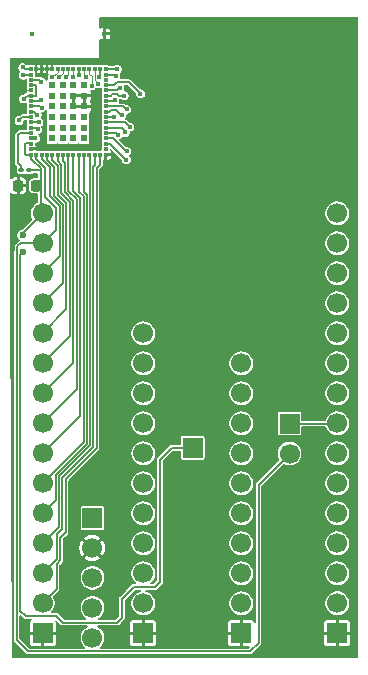
<source format=gtl>
G04 #@! TF.GenerationSoftware,KiCad,Pcbnew,9.0.2*
G04 #@! TF.CreationDate,2025-08-01T14:32:08+08:00*
G04 #@! TF.ProjectId,STM32WB5MMG_Breakout_Board,53544d33-3257-4423-954d-4d475f427265,rev?*
G04 #@! TF.SameCoordinates,Original*
G04 #@! TF.FileFunction,Copper,L1,Top*
G04 #@! TF.FilePolarity,Positive*
%FSLAX46Y46*%
G04 Gerber Fmt 4.6, Leading zero omitted, Abs format (unit mm)*
G04 Created by KiCad (PCBNEW 9.0.2) date 2025-08-01 14:32:08*
%MOMM*%
%LPD*%
G01*
G04 APERTURE LIST*
G04 Aperture macros list*
%AMRoundRect*
0 Rectangle with rounded corners*
0 $1 Rounding radius*
0 $2 $3 $4 $5 $6 $7 $8 $9 X,Y pos of 4 corners*
0 Add a 4 corners polygon primitive as box body*
4,1,4,$2,$3,$4,$5,$6,$7,$8,$9,$2,$3,0*
0 Add four circle primitives for the rounded corners*
1,1,$1+$1,$2,$3*
1,1,$1+$1,$4,$5*
1,1,$1+$1,$6,$7*
1,1,$1+$1,$8,$9*
0 Add four rect primitives between the rounded corners*
20,1,$1+$1,$2,$3,$4,$5,0*
20,1,$1+$1,$4,$5,$6,$7,0*
20,1,$1+$1,$6,$7,$8,$9,0*
20,1,$1+$1,$8,$9,$2,$3,0*%
G04 Aperture macros list end*
G04 #@! TA.AperFunction,SMDPad,CuDef*
%ADD10R,0.350000X0.350000*%
G04 #@! TD*
G04 #@! TA.AperFunction,SMDPad,CuDef*
%ADD11R,0.350000X0.300000*%
G04 #@! TD*
G04 #@! TA.AperFunction,SMDPad,CuDef*
%ADD12R,0.300000X0.350000*%
G04 #@! TD*
G04 #@! TA.AperFunction,SMDPad,CuDef*
%ADD13R,0.600000X0.600000*%
G04 #@! TD*
G04 #@! TA.AperFunction,SMDPad,CuDef*
%ADD14R,0.430000X0.430000*%
G04 #@! TD*
G04 #@! TA.AperFunction,ComponentPad*
%ADD15R,1.700000X1.700000*%
G04 #@! TD*
G04 #@! TA.AperFunction,ComponentPad*
%ADD16C,1.700000*%
G04 #@! TD*
G04 #@! TA.AperFunction,SMDPad,CuDef*
%ADD17RoundRect,0.100000X-0.130000X-0.100000X0.130000X-0.100000X0.130000X0.100000X-0.130000X0.100000X0*%
G04 #@! TD*
G04 #@! TA.AperFunction,SMDPad,CuDef*
%ADD18RoundRect,0.225000X-0.225000X-0.250000X0.225000X-0.250000X0.225000X0.250000X-0.225000X0.250000X0*%
G04 #@! TD*
G04 #@! TA.AperFunction,ViaPad*
%ADD19C,0.600000*%
G04 #@! TD*
G04 #@! TA.AperFunction,ViaPad*
%ADD20C,0.450000*%
G04 #@! TD*
G04 #@! TA.AperFunction,Conductor*
%ADD21C,0.160000*%
G04 #@! TD*
G04 #@! TA.AperFunction,Conductor*
%ADD22C,0.200000*%
G04 #@! TD*
G04 #@! TA.AperFunction,Conductor*
%ADD23C,0.150000*%
G04 #@! TD*
G04 #@! TA.AperFunction,Conductor*
%ADD24C,0.120000*%
G04 #@! TD*
G04 APERTURE END LIST*
D10*
X139475000Y-78125000D03*
D11*
X139475000Y-78600000D03*
X139475000Y-79050000D03*
X139475000Y-79500000D03*
X139475000Y-79950000D03*
X139475000Y-80400000D03*
X139475000Y-80850000D03*
X139475000Y-81300000D03*
X139475000Y-81750000D03*
X139475000Y-82200000D03*
X139475000Y-82650000D03*
X139475000Y-83100000D03*
X139475000Y-83550000D03*
X139475000Y-84000000D03*
X139475000Y-84450000D03*
X139475000Y-84900000D03*
D10*
X139475000Y-85375000D03*
D12*
X139950000Y-85375000D03*
X140400000Y-85375000D03*
X140850000Y-85375000D03*
X141300000Y-85375000D03*
X141750000Y-85375000D03*
X142200000Y-85375000D03*
X142650000Y-85375000D03*
X143100000Y-85375000D03*
X143550000Y-85375000D03*
X144000000Y-85375000D03*
X144450000Y-85375000D03*
X144900000Y-85375000D03*
X145350000Y-85375000D03*
D10*
X145825000Y-85375000D03*
D11*
X145825000Y-84900000D03*
X145825000Y-84450000D03*
X145825000Y-84000000D03*
X145825000Y-83550000D03*
X145825000Y-83100000D03*
X145825000Y-82650000D03*
X145825000Y-82200000D03*
X145825000Y-81750000D03*
X145825000Y-81300000D03*
X145825000Y-80850000D03*
X145825000Y-80400000D03*
X145825000Y-79950000D03*
X145825000Y-79500000D03*
X145825000Y-79050000D03*
X145825000Y-78600000D03*
D10*
X145825000Y-78125000D03*
D12*
X145350000Y-78125000D03*
X144900000Y-78125000D03*
X144450000Y-78125000D03*
X144000000Y-78125000D03*
X143550000Y-78125000D03*
X143100000Y-78125000D03*
X142650000Y-78125000D03*
X142200000Y-78125000D03*
X141750000Y-78125000D03*
X141300000Y-78125000D03*
X140850000Y-78125000D03*
X140400000Y-78125000D03*
X139950000Y-78125000D03*
D13*
X141300000Y-79500000D03*
X141300000Y-80400000D03*
X141300000Y-81300000D03*
X141300000Y-82200000D03*
X141300000Y-83100000D03*
X141300000Y-84000000D03*
X142200000Y-84000000D03*
X143100000Y-84000000D03*
X144000000Y-84000000D03*
X144000000Y-83100000D03*
X144000000Y-82200000D03*
X144000000Y-81300000D03*
X144000000Y-80400000D03*
X144000000Y-79500000D03*
X143100000Y-79500000D03*
X142200000Y-79500000D03*
X142200000Y-80400000D03*
X142200000Y-81300000D03*
X142200000Y-82200000D03*
X142200000Y-83100000D03*
X143100000Y-83100000D03*
X143100000Y-82200000D03*
X143100000Y-81300000D03*
X143100000Y-80400000D03*
D14*
X139600000Y-75165000D03*
X145700000Y-75165000D03*
D15*
X161400000Y-108160000D03*
D16*
X161400000Y-110700000D03*
D17*
X138680000Y-86700000D03*
X139320000Y-86700000D03*
D15*
X153200000Y-110200000D03*
D18*
X138405000Y-88020000D03*
X139955000Y-88020000D03*
D15*
X144700000Y-116140000D03*
D16*
X144700000Y-118680000D03*
X144700000Y-121220000D03*
X144700000Y-123760000D03*
X144700000Y-126300000D03*
D15*
X140500000Y-125900000D03*
D16*
X140500000Y-123360000D03*
X140500000Y-120820000D03*
X140500000Y-118280000D03*
X140500000Y-115740000D03*
X140500000Y-113200000D03*
X140500000Y-110660000D03*
X140500000Y-108120000D03*
X140500000Y-105580000D03*
X140500000Y-103040000D03*
X140500000Y-100500000D03*
X140500000Y-97960000D03*
X140500000Y-95420000D03*
X140500000Y-92880000D03*
X140500000Y-90340000D03*
D15*
X165430000Y-125900000D03*
D16*
X165430000Y-123360000D03*
X165430000Y-120820000D03*
X165430000Y-118280000D03*
X165430000Y-115740000D03*
X165430000Y-113200000D03*
X165430000Y-110660000D03*
X165430000Y-108120000D03*
X165430000Y-105580000D03*
X165430000Y-103040000D03*
X165430000Y-100500000D03*
X165430000Y-97960000D03*
X165430000Y-95420000D03*
X165430000Y-92880000D03*
X165430000Y-90340000D03*
D15*
X157300000Y-125910000D03*
D16*
X157300000Y-123370000D03*
X157300000Y-120830000D03*
X157300000Y-118290000D03*
X157300000Y-115750000D03*
X157300000Y-113210000D03*
X157300000Y-110670000D03*
X157300000Y-108130000D03*
X157300000Y-105590000D03*
X157300000Y-103050000D03*
D15*
X149000000Y-125910000D03*
D16*
X149000000Y-123370000D03*
X149000000Y-120830000D03*
X149000000Y-118290000D03*
X149000000Y-115750000D03*
X149000000Y-113210000D03*
X149000000Y-110670000D03*
X149000000Y-108130000D03*
X149000000Y-105590000D03*
X149000000Y-103050000D03*
X149000000Y-100510000D03*
D19*
X146000000Y-108000000D03*
X148000000Y-101800000D03*
X158000000Y-92500000D03*
X151000000Y-76500000D03*
X163000000Y-74500000D03*
X161000000Y-84500000D03*
X147000000Y-109000000D03*
X142600000Y-122400000D03*
X155000000Y-80500000D03*
X145000000Y-82300000D03*
X153000000Y-78500000D03*
X159000000Y-74500000D03*
X146000000Y-105600000D03*
X142600000Y-118800000D03*
X160000000Y-98500000D03*
X150050000Y-80450000D03*
X154000000Y-86500000D03*
X162000000Y-127500000D03*
X150000000Y-92500000D03*
X156000000Y-94500000D03*
X148000000Y-86500000D03*
X152000000Y-88500000D03*
X147000000Y-104800000D03*
X165000000Y-86500000D03*
X144800000Y-111600000D03*
X164000000Y-125500000D03*
X155000000Y-124500000D03*
X160000000Y-127500000D03*
X156000000Y-90500000D03*
X155000000Y-76500000D03*
X154000000Y-119500000D03*
X159000000Y-80500000D03*
X160800000Y-117200000D03*
X161000000Y-76500000D03*
X160000000Y-102500000D03*
X164000000Y-123500000D03*
X160000000Y-104500000D03*
X156000000Y-96500000D03*
X146000000Y-110000000D03*
X161000000Y-82500000D03*
X165000000Y-82500000D03*
X146000000Y-104000000D03*
X154000000Y-100500000D03*
X160000000Y-123500000D03*
X152000000Y-86500000D03*
X160000000Y-96500000D03*
X147000000Y-101000000D03*
X145800000Y-101000000D03*
X153000000Y-80500000D03*
X152000000Y-117500000D03*
X163000000Y-82500000D03*
X162000000Y-121500000D03*
X153000000Y-76500000D03*
X152000000Y-92500000D03*
X160000000Y-100500000D03*
X145000000Y-83800000D03*
X165000000Y-78500000D03*
X161000000Y-100500000D03*
X150000000Y-94500000D03*
X157500000Y-89000000D03*
X161000000Y-104500000D03*
X165000000Y-76500000D03*
X152000000Y-120500000D03*
X158000000Y-90500000D03*
X157000000Y-76500000D03*
X157000000Y-74500000D03*
X162400000Y-115000000D03*
X142600000Y-126800000D03*
X165000000Y-74500000D03*
X155000000Y-74500000D03*
X161000000Y-115600000D03*
X152000000Y-94500000D03*
X150000000Y-88500000D03*
X152000000Y-96500000D03*
X150000000Y-86500000D03*
X165000000Y-84500000D03*
X153000000Y-74500000D03*
X146000000Y-112000000D03*
X154000000Y-96500000D03*
X149000000Y-74500000D03*
X162500000Y-113000000D03*
X161000000Y-74500000D03*
X148000000Y-88500000D03*
X160000000Y-94500000D03*
X162000000Y-125500000D03*
X163000000Y-86500000D03*
X156000000Y-120500000D03*
X160000000Y-121500000D03*
X159800000Y-115000000D03*
X158000000Y-98500000D03*
X155000000Y-78500000D03*
X156000000Y-117500000D03*
X161000000Y-102500000D03*
X157000000Y-78500000D03*
X162000000Y-123500000D03*
X147000000Y-102400000D03*
X145800000Y-102400000D03*
X153000000Y-126500000D03*
X163000000Y-76500000D03*
X148000000Y-90500000D03*
X162400000Y-116400000D03*
X142600000Y-124000000D03*
X145800000Y-99600000D03*
X154000000Y-116500000D03*
X156000000Y-98500000D03*
X160000000Y-90500000D03*
X159800000Y-113500000D03*
X160000000Y-92500000D03*
X153000000Y-124500000D03*
X154000000Y-92500000D03*
X161600000Y-114200000D03*
X148000000Y-92500000D03*
X154000000Y-88500000D03*
X159000000Y-76500000D03*
X158000000Y-94500000D03*
X165000000Y-80500000D03*
X142600000Y-125600000D03*
X160000000Y-125500000D03*
X160000000Y-119500000D03*
X163200000Y-117400000D03*
X163000000Y-80500000D03*
X162000000Y-117800000D03*
X147000000Y-111000000D03*
X159000000Y-78500000D03*
X158000000Y-100500000D03*
X151000000Y-74500000D03*
X142600000Y-120600000D03*
X156000000Y-100500000D03*
X161000000Y-80500000D03*
X164000000Y-127500000D03*
X154000000Y-98500000D03*
X154000000Y-94500000D03*
X155000000Y-122500000D03*
X152000000Y-90500000D03*
X165000000Y-88500000D03*
X153000000Y-122500000D03*
X149000000Y-76500000D03*
X154000000Y-90500000D03*
X151000000Y-78500000D03*
X158000000Y-96500000D03*
X157000000Y-80500000D03*
X161000000Y-98500000D03*
X163000000Y-118800000D03*
X150000000Y-90500000D03*
X155000000Y-126500000D03*
X144800000Y-112600000D03*
X161000000Y-78500000D03*
X148000000Y-94500000D03*
X156000000Y-87500000D03*
X156000000Y-92500000D03*
X159000000Y-82500000D03*
X161000000Y-96500000D03*
X163000000Y-84500000D03*
X145000000Y-80800000D03*
X163000000Y-78500000D03*
X161000000Y-113000000D03*
X156000000Y-89000000D03*
D20*
X138490000Y-82490000D03*
X146692680Y-78707320D03*
X146800000Y-78140000D03*
X139900000Y-88020000D03*
X138875000Y-80675000D03*
D19*
X138800000Y-92200000D03*
X138862000Y-93600000D03*
D20*
X140182664Y-82650000D03*
X138800000Y-78000000D03*
X140365000Y-80765000D03*
X140020000Y-82020000D03*
X138860000Y-78660000D03*
X139880000Y-84000000D03*
X140060000Y-83250000D03*
X140385000Y-79215000D03*
X140400000Y-81420000D03*
X141860421Y-78850233D03*
X145203888Y-79369384D03*
X144651999Y-79537760D03*
X144188000Y-78848000D03*
X143047885Y-78804988D03*
X145300000Y-78800000D03*
X142471141Y-78822170D03*
X141280000Y-78847998D03*
X143588000Y-78600000D03*
X147000000Y-79760000D03*
X147400000Y-80400000D03*
X147600000Y-85090000D03*
X146895000Y-83705000D03*
X147859591Y-83040409D03*
X147600000Y-81550000D03*
X147200000Y-82060000D03*
X146520000Y-82180000D03*
X146590000Y-80790000D03*
X147580000Y-85820000D03*
X147470000Y-83500000D03*
X148767564Y-80232436D03*
D21*
X144060000Y-80340000D02*
X144000000Y-80400000D01*
X139475000Y-82200000D02*
X138780000Y-82200000D01*
X138780000Y-82200000D02*
X138490000Y-82490000D01*
X138490000Y-82490000D02*
X138440000Y-82540000D01*
X145825000Y-78600000D02*
X146507336Y-78600000D01*
X145825000Y-78600000D02*
X145845000Y-78620000D01*
X146553839Y-78646503D02*
X146631863Y-78646503D01*
X146507336Y-78600000D02*
X146553839Y-78646503D01*
X145825000Y-78125000D02*
X145836000Y-78114000D01*
X146755000Y-78125000D02*
X146770000Y-78140000D01*
X145825000Y-78125000D02*
X146755000Y-78125000D01*
D22*
X139038000Y-124438000D02*
X138600000Y-124000000D01*
X147200000Y-123000000D02*
X147200000Y-124600000D01*
X151400000Y-110200000D02*
X150400000Y-111200000D01*
X139955000Y-87925000D02*
X140310000Y-87570000D01*
X150000000Y-122000000D02*
X148200000Y-122000000D01*
X153200000Y-110200000D02*
X151400000Y-110200000D01*
X150400000Y-121600000D02*
X150000000Y-122000000D01*
D21*
X139475000Y-79500000D02*
X139912000Y-79500000D01*
D22*
X142200000Y-125000000D02*
X141638000Y-124438000D01*
X140310000Y-87570000D02*
X140310000Y-87480000D01*
X140310000Y-87480000D02*
X140310000Y-90150000D01*
D21*
X139455000Y-84430000D02*
X139475000Y-84450000D01*
X139931000Y-79519000D02*
X139931000Y-80381000D01*
X139912000Y-80400000D02*
X139475000Y-80400000D01*
X139000000Y-84510000D02*
X139080000Y-84430000D01*
D22*
X139955000Y-88020000D02*
X139955000Y-87925000D01*
D21*
X139150000Y-80400000D02*
X138970000Y-80580000D01*
D22*
X146800000Y-125000000D02*
X142200000Y-125000000D01*
X139475000Y-85375000D02*
X139475000Y-85715000D01*
X148200000Y-122000000D02*
X147200000Y-123000000D01*
D21*
X139320000Y-86700000D02*
X140310000Y-86700000D01*
X139475000Y-85375000D02*
X139075000Y-85375000D01*
D22*
X139475000Y-85715000D02*
X140310000Y-86550000D01*
X140310000Y-87740000D02*
X140310000Y-87570000D01*
X138600000Y-93862000D02*
X138862000Y-93600000D01*
X138800000Y-92040000D02*
X140500000Y-90340000D01*
D21*
X139000000Y-85300000D02*
X139000000Y-84510000D01*
D22*
X141638000Y-124438000D02*
X139038000Y-124438000D01*
X138600000Y-124000000D02*
X138600000Y-93862000D01*
D21*
X139912000Y-79500000D02*
X139931000Y-79519000D01*
X139931000Y-80381000D02*
X139912000Y-80400000D01*
X139475000Y-80400000D02*
X139150000Y-80400000D01*
D22*
X140310000Y-90150000D02*
X140500000Y-90340000D01*
X140310000Y-86900000D02*
X140310000Y-87480000D01*
X140310000Y-86700000D02*
X140310000Y-86900000D01*
X147200000Y-124600000D02*
X146800000Y-125000000D01*
X140310000Y-86550000D02*
X140310000Y-86700000D01*
X138800000Y-92200000D02*
X138800000Y-92040000D01*
X150400000Y-111200000D02*
X150400000Y-121600000D01*
D21*
X139080000Y-84430000D02*
X139455000Y-84430000D01*
X139075000Y-85375000D02*
X139000000Y-85300000D01*
X143372002Y-89157414D02*
X143372001Y-89970000D01*
D23*
X142650000Y-85375000D02*
X142650000Y-88435412D01*
D21*
X143372001Y-89970000D02*
X143372001Y-105247999D01*
X143372001Y-105247999D02*
X140500000Y-108120000D01*
D23*
X142650000Y-88435412D02*
X143372002Y-89157414D01*
D21*
X141300000Y-85874000D02*
X141786000Y-86360000D01*
X142506001Y-90400000D02*
X142506002Y-98493998D01*
X141300000Y-85375000D02*
X141300000Y-85874000D01*
X141786000Y-88796000D02*
X142508000Y-89518000D01*
X142508000Y-90398001D02*
X142506001Y-90400000D01*
X142508000Y-89518000D02*
X142508000Y-90398001D01*
X141786000Y-86360000D02*
X141786000Y-88796000D01*
X142506002Y-98493998D02*
X140500000Y-100500000D01*
D23*
X144511000Y-85436000D02*
X144510999Y-89600000D01*
X144510999Y-109982153D02*
X141878000Y-112615152D01*
X144450000Y-85375000D02*
X144511000Y-85436000D01*
X144510999Y-89600000D02*
X144510999Y-109982153D01*
X141878000Y-112615152D02*
X141878000Y-116902000D01*
X141878000Y-116902000D02*
X140500000Y-118280000D01*
X141680000Y-120033152D02*
X141680000Y-122180000D01*
X145066999Y-110233001D02*
X142434000Y-112866000D01*
X141978000Y-119735152D02*
X141680000Y-120033152D01*
X142434000Y-112866000D02*
X142434000Y-117344000D01*
X145350000Y-86232151D02*
X145067000Y-86515152D01*
X145067000Y-86515152D02*
X145066999Y-110233001D01*
X145350000Y-85375000D02*
X145350000Y-86232151D01*
X141978000Y-117800000D02*
X141978000Y-119735152D01*
X142434000Y-117344000D02*
X141978000Y-117800000D01*
X141680000Y-122180000D02*
X140500000Y-123360000D01*
D21*
X143084001Y-89276707D02*
X143084001Y-102995999D01*
X142362000Y-86100000D02*
X142361999Y-88554705D01*
X143084001Y-102995999D02*
X140500000Y-105580000D01*
X142200000Y-85375000D02*
X142200000Y-85938000D01*
X142361999Y-88554705D02*
X143084001Y-89276707D01*
X142200000Y-85938000D02*
X142362000Y-86100000D01*
X141930000Y-89763230D02*
X141930000Y-93990000D01*
X141930000Y-93990000D02*
X140500000Y-95420000D01*
D22*
X141280000Y-95420000D02*
X140500000Y-95420000D01*
D21*
X141075706Y-86464294D02*
X141075706Y-88908936D01*
X140400000Y-85375000D02*
X140400000Y-85788588D01*
X141075706Y-88908936D02*
X141930000Y-89763230D01*
X140400000Y-85788588D02*
X141075706Y-86464294D01*
D23*
X143550000Y-85375000D02*
X143550000Y-88520824D01*
X143550000Y-88520824D02*
X143950000Y-88920824D01*
X143950000Y-88920824D02*
X143950000Y-109750000D01*
X143950000Y-109750000D02*
X140500000Y-113200000D01*
D21*
X142796000Y-89396000D02*
X142796000Y-90548001D01*
X142794001Y-90550000D02*
X142794002Y-100745998D01*
X141750000Y-85375000D02*
X141750000Y-85906000D01*
X142794002Y-100745998D02*
X140500000Y-103040000D01*
X141750000Y-85906000D02*
X142074000Y-86230000D01*
X142073999Y-88673999D02*
X142796000Y-89396000D01*
X142074000Y-86230000D02*
X142073999Y-88673999D01*
X142796000Y-90548001D02*
X142794001Y-90550000D01*
D23*
X141600000Y-112500000D02*
X141600000Y-114640000D01*
X144000000Y-85375000D02*
X144000000Y-88570602D01*
X144000000Y-88570602D02*
X144233000Y-88803602D01*
X141600000Y-114640000D02*
X140500000Y-115740000D01*
X144232999Y-109867001D02*
X141600000Y-112500000D01*
X144233000Y-88803602D02*
X144232999Y-89200000D01*
X144232999Y-89200000D02*
X144232999Y-109867001D01*
D21*
X143100000Y-85375000D02*
X143100000Y-88478118D01*
X143100000Y-88478118D02*
X143660002Y-89038120D01*
X143660001Y-107499999D02*
X140500000Y-110660000D01*
X143660002Y-89038120D02*
X143660001Y-107499999D01*
X141459353Y-86440647D02*
X141459353Y-88885289D01*
X140850000Y-85375000D02*
X140850000Y-85831294D01*
X142218001Y-89951999D02*
X142218001Y-96241999D01*
X142218001Y-96241999D02*
X140500000Y-97960000D01*
X142220000Y-89950000D02*
X142218001Y-89951999D01*
X140850000Y-85831294D02*
X141459353Y-86440647D01*
X142220000Y-89645936D02*
X142220000Y-89950000D01*
X141459353Y-88885289D02*
X142220000Y-89645936D01*
X141631000Y-89871524D02*
X141631000Y-91749000D01*
X161400000Y-110700000D02*
X158770000Y-113330000D01*
X158770000Y-113330000D02*
X158770000Y-126692000D01*
X139950000Y-85375000D02*
X139950000Y-85745882D01*
D23*
X138297000Y-93662000D02*
X138297000Y-126487000D01*
D21*
X139950000Y-85375000D02*
X139931000Y-85394000D01*
X141631000Y-91749000D02*
X140500000Y-92880000D01*
X158031000Y-127431000D02*
X139241000Y-127431000D01*
D23*
X138297000Y-126487000D02*
X139241000Y-127431000D01*
D21*
X158770000Y-126692000D02*
X158031000Y-127431000D01*
X140712059Y-86507941D02*
X140712059Y-88952583D01*
X140712059Y-88952583D02*
X141631000Y-89871524D01*
X139950000Y-85745882D02*
X140712059Y-86507941D01*
D23*
X138359000Y-93141000D02*
X138359000Y-93600000D01*
X138620000Y-92880000D02*
X138359000Y-93141000D01*
X140500000Y-92880000D02*
X138620000Y-92880000D01*
X138359000Y-93600000D02*
X138297000Y-93662000D01*
X142156000Y-117044000D02*
X141700000Y-117500000D01*
X142156000Y-112744000D02*
X142156000Y-117044000D01*
X144900000Y-85375000D02*
X144900000Y-86289000D01*
X144789000Y-86400000D02*
X144788999Y-110111001D01*
X141700000Y-117500000D02*
X141700000Y-119620000D01*
X144900000Y-86289000D02*
X144789000Y-86400000D01*
X141700000Y-119620000D02*
X140500000Y-120820000D01*
X144788999Y-110111001D02*
X142156000Y-112744000D01*
D21*
X140180000Y-82650000D02*
X139475000Y-82650000D01*
X139475000Y-78125000D02*
X139005000Y-78125000D01*
X139005000Y-78125000D02*
X138880000Y-78000000D01*
X140365000Y-80765000D02*
X140420000Y-80710000D01*
X140280000Y-80850000D02*
X140365000Y-80765000D01*
X139475000Y-80850000D02*
X140280000Y-80850000D01*
X139475000Y-81750000D02*
X139750000Y-81750000D01*
X139750000Y-81750000D02*
X140020000Y-82020000D01*
X138860000Y-78660000D02*
X138850000Y-78670000D01*
X138920000Y-78600000D02*
X138860000Y-78660000D01*
X139475000Y-78600000D02*
X138920000Y-78600000D01*
X139880000Y-84000000D02*
X139475000Y-84000000D01*
X138550000Y-83550000D02*
X138400000Y-83700000D01*
X138400000Y-86100000D02*
X138680000Y-86380000D01*
X138680000Y-86380000D02*
X138680000Y-86700000D01*
X139475000Y-83550000D02*
X138550000Y-83550000D01*
X138400000Y-83700000D02*
X138400000Y-86100000D01*
X139475000Y-83100000D02*
X139910000Y-83100000D01*
X139910000Y-83100000D02*
X140060000Y-83250000D01*
X140220000Y-79050000D02*
X140385000Y-79215000D01*
X139475000Y-79050000D02*
X140220000Y-79050000D01*
X140385000Y-79215000D02*
X140420000Y-79250000D01*
X140270000Y-81300000D02*
X140390000Y-81420000D01*
X139475000Y-81300000D02*
X140270000Y-81300000D01*
D24*
X142200000Y-78125000D02*
X142200000Y-78510654D01*
X142200000Y-78510654D02*
X141860421Y-78850233D01*
X144887000Y-79052496D02*
X145203888Y-79369384D01*
X144887000Y-78138000D02*
X144887000Y-79052496D01*
X145203888Y-79369384D02*
X145066279Y-79369384D01*
X144900000Y-78125000D02*
X144887000Y-78138000D01*
X144639000Y-78714929D02*
X144639000Y-79524761D01*
X144450000Y-78525929D02*
X144639000Y-78714929D01*
X144639000Y-79524761D02*
X144651999Y-79537760D01*
X144651999Y-79537760D02*
X144600000Y-79485761D01*
D23*
X144616000Y-79501761D02*
X144651999Y-79537760D01*
D24*
X144450000Y-78125000D02*
X144450000Y-78525929D01*
X144188000Y-78848000D02*
X144071870Y-78848000D01*
X144000000Y-78125000D02*
X144000000Y-78660000D01*
X144000000Y-78660000D02*
X144188000Y-78848000D01*
X143100000Y-78125000D02*
X143100000Y-78752873D01*
X143100000Y-78752873D02*
X143047885Y-78804988D01*
D21*
X145350000Y-78710000D02*
X145350000Y-78125000D01*
X145300000Y-78760000D02*
X145350000Y-78710000D01*
D24*
X142650000Y-78643311D02*
X142471141Y-78822170D01*
X142650000Y-78125000D02*
X142650000Y-78643311D01*
D21*
X141731000Y-78125000D02*
X141750000Y-78125000D01*
D24*
X141750000Y-78377998D02*
X141280000Y-78847998D01*
X141750000Y-78125000D02*
X141750000Y-78377998D01*
D23*
X143550000Y-78125000D02*
X143550000Y-78562000D01*
X143550000Y-78562000D02*
X143588000Y-78600000D01*
D21*
X146960000Y-79760000D02*
X146770000Y-79950000D01*
X146770000Y-79950000D02*
X145825000Y-79950000D01*
X146821664Y-80259000D02*
X146962664Y-80400000D01*
X146257336Y-80400000D02*
X146398336Y-80259000D01*
X146398336Y-80259000D02*
X146821664Y-80259000D01*
X146257336Y-80400000D02*
X145825000Y-80400000D01*
X146962664Y-80400000D02*
X147400000Y-80400000D01*
X147400000Y-80400000D02*
X147430000Y-80400000D01*
X145825000Y-84000000D02*
X146460000Y-84000000D01*
X146460000Y-84000000D02*
X147550000Y-85090000D01*
X146740000Y-83550000D02*
X146800000Y-83610000D01*
X145825000Y-83550000D02*
X146740000Y-83550000D01*
X147469183Y-82650000D02*
X147804724Y-82985541D01*
X145825000Y-82650000D02*
X147469183Y-82650000D01*
X147300000Y-81300000D02*
X147550000Y-81550000D01*
X145825000Y-81300000D02*
X147300000Y-81300000D01*
X165560000Y-108160000D02*
X165600000Y-108120000D01*
X146268336Y-81629000D02*
X146699000Y-81629000D01*
X146699000Y-81629000D02*
X147130000Y-82060000D01*
X145825000Y-81750000D02*
X146147336Y-81750000D01*
X146147336Y-81750000D02*
X146268336Y-81629000D01*
X161400000Y-108160000D02*
X165560000Y-108160000D01*
X145825000Y-82200000D02*
X146420000Y-82200000D01*
X146420000Y-82200000D02*
X146480000Y-82140000D01*
X145825000Y-80850000D02*
X146530000Y-80850000D01*
X146590000Y-80790000D02*
X146610000Y-80770000D01*
X146530000Y-80850000D02*
X146590000Y-80790000D01*
X147500000Y-85790000D02*
X146160000Y-84450000D01*
X146160000Y-84450000D02*
X145825000Y-84450000D01*
X147550000Y-85790000D02*
X147500000Y-85790000D01*
X147470000Y-83390000D02*
X147180000Y-83100000D01*
X147180000Y-83100000D02*
X145825000Y-83100000D01*
X148628129Y-80093000D02*
X148628129Y-80088129D01*
X146748336Y-79249000D02*
X146497336Y-79500000D01*
X147789000Y-79249000D02*
X146748336Y-79249000D01*
X146497336Y-79500000D02*
X145825000Y-79500000D01*
X148628129Y-80088129D02*
X147789000Y-79249000D01*
G04 #@! TA.AperFunction,Conductor*
G36*
X138648826Y-124403086D02*
G01*
X138821415Y-124575675D01*
X138821418Y-124575679D01*
X138825636Y-124579897D01*
X138896103Y-124650364D01*
X138934238Y-124666159D01*
X138934239Y-124666160D01*
X138988173Y-124688501D01*
X139096440Y-124688501D01*
X139096448Y-124688500D01*
X139497089Y-124688500D01*
X139549415Y-124710174D01*
X139571089Y-124762500D01*
X139549415Y-124814826D01*
X139538201Y-124824029D01*
X139469760Y-124869759D01*
X139469759Y-124869760D01*
X139414505Y-124952454D01*
X139400000Y-125025377D01*
X139400000Y-125775000D01*
X140015856Y-125775000D01*
X140000000Y-125834174D01*
X140000000Y-125965826D01*
X140015856Y-126025000D01*
X139400000Y-126025000D01*
X139400000Y-126774622D01*
X139414505Y-126847545D01*
X139469759Y-126930239D01*
X139469760Y-126930240D01*
X139552454Y-126985494D01*
X139625378Y-127000000D01*
X140375000Y-127000000D01*
X140375000Y-126384144D01*
X140434174Y-126400000D01*
X140565826Y-126400000D01*
X140625000Y-126384144D01*
X140625000Y-127000000D01*
X141374622Y-127000000D01*
X141447545Y-126985494D01*
X141530239Y-126930240D01*
X141530240Y-126930239D01*
X141585494Y-126847545D01*
X141600000Y-126774622D01*
X141600000Y-126025000D01*
X140984144Y-126025000D01*
X141000000Y-125965826D01*
X141000000Y-125834174D01*
X140984144Y-125775000D01*
X141600000Y-125775000D01*
X141600000Y-125025377D01*
X141585494Y-124952454D01*
X141574609Y-124936163D01*
X141563559Y-124880614D01*
X141595024Y-124833522D01*
X141650573Y-124822472D01*
X141688463Y-124842724D01*
X141987636Y-125141897D01*
X142058103Y-125212364D01*
X142150172Y-125250500D01*
X142150173Y-125250500D01*
X144247262Y-125250500D01*
X144299588Y-125272174D01*
X144321262Y-125324500D01*
X144299588Y-125376826D01*
X144275580Y-125392867D01*
X144226086Y-125413367D01*
X144062218Y-125522860D01*
X144062217Y-125522862D01*
X143922862Y-125662217D01*
X143922860Y-125662218D01*
X143813367Y-125826086D01*
X143737950Y-126008160D01*
X143737947Y-126008170D01*
X143721075Y-126092993D01*
X143699500Y-126201459D01*
X143699500Y-126398541D01*
X143712200Y-126462388D01*
X143737947Y-126591829D01*
X143737950Y-126591839D01*
X143813367Y-126773913D01*
X143922860Y-126937781D01*
X144059253Y-127074174D01*
X144080927Y-127126500D01*
X144059253Y-127178826D01*
X144006927Y-127200500D01*
X139360057Y-127200500D01*
X139307731Y-127178826D01*
X138544174Y-126415269D01*
X138522500Y-126362943D01*
X138522500Y-124455412D01*
X138544174Y-124403086D01*
X138596500Y-124381412D01*
X138648826Y-124403086D01*
G37*
G04 #@! TD.AperFunction*
G04 #@! TA.AperFunction,Conductor*
G36*
X145445999Y-79687072D02*
G01*
X145448566Y-79686735D01*
X145469266Y-79702618D01*
X145490942Y-79717101D01*
X145491446Y-79719637D01*
X145493500Y-79721213D01*
X145501992Y-79772649D01*
X145499500Y-79785178D01*
X145499500Y-80114819D01*
X145508599Y-80160563D01*
X145508599Y-80189437D01*
X145508233Y-80191278D01*
X145499500Y-80235180D01*
X145499500Y-80564820D01*
X145503901Y-80586946D01*
X145508599Y-80610563D01*
X145508599Y-80639437D01*
X145499500Y-80685180D01*
X145499500Y-81014819D01*
X145508599Y-81060563D01*
X145508599Y-81089437D01*
X145499500Y-81135180D01*
X145499500Y-81464819D01*
X145508599Y-81510563D01*
X145508599Y-81539437D01*
X145499500Y-81585180D01*
X145499500Y-81914820D01*
X145501750Y-81926133D01*
X145508599Y-81960563D01*
X145508599Y-81989437D01*
X145499500Y-82035180D01*
X145499500Y-82364819D01*
X145508599Y-82410563D01*
X145508599Y-82439437D01*
X145499500Y-82485180D01*
X145499500Y-82814819D01*
X145508599Y-82860563D01*
X145508599Y-82889437D01*
X145499500Y-82935180D01*
X145499500Y-83264819D01*
X145508599Y-83310563D01*
X145508599Y-83339437D01*
X145499500Y-83385180D01*
X145499500Y-83714819D01*
X145508599Y-83760563D01*
X145508599Y-83789437D01*
X145499500Y-83835180D01*
X145499500Y-84164819D01*
X145508599Y-84210563D01*
X145508599Y-84239437D01*
X145499500Y-84285180D01*
X145499500Y-84614819D01*
X145508599Y-84660563D01*
X145508599Y-84689437D01*
X145499500Y-84735180D01*
X145499500Y-84960335D01*
X145477826Y-85012661D01*
X145462661Y-85027826D01*
X145442716Y-85036087D01*
X145424767Y-85048079D01*
X145410335Y-85049500D01*
X145185180Y-85049500D01*
X145163053Y-85053901D01*
X145139437Y-85058599D01*
X145110563Y-85058599D01*
X145086946Y-85053901D01*
X145064820Y-85049500D01*
X144735180Y-85049500D01*
X144713053Y-85053901D01*
X144689437Y-85058599D01*
X144660563Y-85058599D01*
X144636946Y-85053901D01*
X144614820Y-85049500D01*
X144285180Y-85049500D01*
X144263053Y-85053901D01*
X144239437Y-85058599D01*
X144210563Y-85058599D01*
X144186946Y-85053901D01*
X144164820Y-85049500D01*
X143835180Y-85049500D01*
X143813053Y-85053901D01*
X143789437Y-85058599D01*
X143760563Y-85058599D01*
X143736946Y-85053901D01*
X143714820Y-85049500D01*
X143385180Y-85049500D01*
X143363053Y-85053901D01*
X143339437Y-85058599D01*
X143310563Y-85058599D01*
X143286946Y-85053901D01*
X143264820Y-85049500D01*
X142935180Y-85049500D01*
X142913053Y-85053901D01*
X142889437Y-85058599D01*
X142860563Y-85058599D01*
X142836946Y-85053901D01*
X142814820Y-85049500D01*
X142485180Y-85049500D01*
X142463053Y-85053901D01*
X142439437Y-85058599D01*
X142410563Y-85058599D01*
X142386946Y-85053901D01*
X142364820Y-85049500D01*
X142035180Y-85049500D01*
X142013053Y-85053901D01*
X141989437Y-85058599D01*
X141960563Y-85058599D01*
X141936946Y-85053901D01*
X141914820Y-85049500D01*
X141585180Y-85049500D01*
X141563053Y-85053901D01*
X141539437Y-85058599D01*
X141510563Y-85058599D01*
X141486946Y-85053901D01*
X141464820Y-85049500D01*
X141135180Y-85049500D01*
X141113053Y-85053901D01*
X141089437Y-85058599D01*
X141060563Y-85058599D01*
X141036946Y-85053901D01*
X141014820Y-85049500D01*
X140685180Y-85049500D01*
X140663053Y-85053901D01*
X140639437Y-85058599D01*
X140610563Y-85058599D01*
X140586946Y-85053901D01*
X140564820Y-85049500D01*
X140235180Y-85049500D01*
X140213053Y-85053901D01*
X140189437Y-85058599D01*
X140160563Y-85058599D01*
X140136946Y-85053901D01*
X140114820Y-85049500D01*
X139955152Y-85049500D01*
X139902826Y-85027826D01*
X139900000Y-85025000D01*
X139549000Y-85025000D01*
X139496674Y-85003326D01*
X139475000Y-84951000D01*
X139475000Y-84849000D01*
X139496674Y-84796674D01*
X139549000Y-84775000D01*
X139900000Y-84775000D01*
X139900000Y-84725377D01*
X139885494Y-84652454D01*
X139830240Y-84569760D01*
X139825087Y-84564607D01*
X139825610Y-84564083D01*
X139822174Y-84562660D01*
X139813911Y-84542712D01*
X139801920Y-84524760D01*
X139800500Y-84510334D01*
X139800500Y-84449500D01*
X139822174Y-84397174D01*
X139874500Y-84375500D01*
X139929437Y-84375500D01*
X139929437Y-84375499D01*
X140024938Y-84349910D01*
X140110562Y-84300475D01*
X140180475Y-84230562D01*
X140229910Y-84144938D01*
X140255499Y-84049437D01*
X140255500Y-84049437D01*
X140255500Y-83950563D01*
X140255499Y-83950562D01*
X140229911Y-83855065D01*
X140229909Y-83855060D01*
X140198394Y-83800475D01*
X140180475Y-83769438D01*
X140142573Y-83731536D01*
X140120899Y-83679210D01*
X140142573Y-83626884D01*
X140175744Y-83607732D01*
X140204938Y-83599910D01*
X140290562Y-83550475D01*
X140360475Y-83480562D01*
X140409910Y-83394938D01*
X140435499Y-83299437D01*
X140435500Y-83299437D01*
X140435500Y-83200563D01*
X140435499Y-83200562D01*
X140431422Y-83185348D01*
X140409910Y-83105062D01*
X140380799Y-83054641D01*
X140373407Y-82998491D01*
X140407882Y-82953559D01*
X140413226Y-82950475D01*
X140483139Y-82880562D01*
X140532574Y-82794938D01*
X140558163Y-82699437D01*
X140558164Y-82699437D01*
X140558164Y-82600563D01*
X140558163Y-82600562D01*
X140532575Y-82505065D01*
X140532573Y-82505060D01*
X140519327Y-82482117D01*
X140483139Y-82419438D01*
X140413226Y-82349525D01*
X140364895Y-82321621D01*
X140330418Y-82276689D01*
X140337809Y-82220537D01*
X140369910Y-82164938D01*
X140383425Y-82114500D01*
X140395500Y-82069437D01*
X140395500Y-81970563D01*
X140395499Y-81970562D01*
X140395214Y-81969500D01*
X140386745Y-81937893D01*
X140373552Y-81888653D01*
X140380944Y-81832500D01*
X140425877Y-81798022D01*
X140445030Y-81795500D01*
X140449437Y-81795500D01*
X140449437Y-81795499D01*
X140544938Y-81769910D01*
X140630562Y-81720475D01*
X140700475Y-81650562D01*
X140718295Y-81619696D01*
X140763226Y-81585219D01*
X140819379Y-81592610D01*
X140848228Y-81622932D01*
X140852942Y-81632126D01*
X140858233Y-81658722D01*
X140891496Y-81708504D01*
X140892425Y-81709124D01*
X140896071Y-81716235D01*
X140898046Y-81740533D01*
X140902801Y-81764438D01*
X140900450Y-81770111D01*
X140900660Y-81772686D01*
X140898170Y-81775615D01*
X140891752Y-81791111D01*
X140858233Y-81841276D01*
X140854790Y-81858587D01*
X140849500Y-81885180D01*
X140849500Y-82514820D01*
X140850418Y-82519433D01*
X140858233Y-82558723D01*
X140891752Y-82608889D01*
X140902801Y-82664438D01*
X140891752Y-82691111D01*
X140858233Y-82741276D01*
X140858233Y-82741278D01*
X140849500Y-82785180D01*
X140849500Y-83414820D01*
X140850418Y-83419433D01*
X140858233Y-83458723D01*
X140891752Y-83508889D01*
X140902801Y-83564438D01*
X140891752Y-83591111D01*
X140858233Y-83641276D01*
X140855672Y-83654150D01*
X140849500Y-83685180D01*
X140849500Y-84314820D01*
X140850418Y-84319433D01*
X140858233Y-84358722D01*
X140883941Y-84397198D01*
X140891496Y-84408504D01*
X140941278Y-84441767D01*
X140985180Y-84450500D01*
X140985181Y-84450500D01*
X141614819Y-84450500D01*
X141614820Y-84450500D01*
X141658722Y-84441767D01*
X141708504Y-84408504D01*
X141708504Y-84408503D01*
X141708888Y-84408247D01*
X141764437Y-84397198D01*
X141791112Y-84408247D01*
X141791495Y-84408503D01*
X141791496Y-84408504D01*
X141841278Y-84441767D01*
X141885180Y-84450500D01*
X141885181Y-84450500D01*
X142514819Y-84450500D01*
X142514820Y-84450500D01*
X142558722Y-84441767D01*
X142608504Y-84408504D01*
X142608504Y-84408503D01*
X142608888Y-84408247D01*
X142664437Y-84397198D01*
X142691112Y-84408247D01*
X142691495Y-84408503D01*
X142691496Y-84408504D01*
X142741278Y-84441767D01*
X142785180Y-84450500D01*
X142785181Y-84450500D01*
X143414819Y-84450500D01*
X143414820Y-84450500D01*
X143458722Y-84441767D01*
X143508504Y-84408504D01*
X143508504Y-84408503D01*
X143508888Y-84408247D01*
X143564437Y-84397198D01*
X143591112Y-84408247D01*
X143591495Y-84408503D01*
X143591496Y-84408504D01*
X143641278Y-84441767D01*
X143685180Y-84450500D01*
X143685181Y-84450500D01*
X144314819Y-84450500D01*
X144314820Y-84450500D01*
X144358722Y-84441767D01*
X144408504Y-84408504D01*
X144441767Y-84358722D01*
X144450500Y-84314820D01*
X144450500Y-83685180D01*
X144441767Y-83641278D01*
X144408504Y-83591496D01*
X144408503Y-83591495D01*
X144408247Y-83591112D01*
X144397198Y-83535563D01*
X144408247Y-83508888D01*
X144408504Y-83508504D01*
X144441767Y-83458722D01*
X144450500Y-83414820D01*
X144450500Y-82785180D01*
X144441767Y-82741278D01*
X144408504Y-82691496D01*
X144408503Y-82691495D01*
X144408247Y-82691112D01*
X144397198Y-82635563D01*
X144408247Y-82608888D01*
X144408504Y-82608504D01*
X144441767Y-82558722D01*
X144450500Y-82514820D01*
X144450500Y-81885180D01*
X144445210Y-81858586D01*
X144456259Y-81803038D01*
X144476678Y-81782620D01*
X144480239Y-81780240D01*
X144480240Y-81780239D01*
X144535494Y-81697545D01*
X144550000Y-81624622D01*
X144550000Y-81425000D01*
X143174000Y-81425000D01*
X143121674Y-81403326D01*
X143100000Y-81351000D01*
X143100000Y-81300000D01*
X143049000Y-81300000D01*
X142996674Y-81278326D01*
X142975000Y-81226000D01*
X142975000Y-81175000D01*
X143225000Y-81175000D01*
X143875000Y-81175000D01*
X144125000Y-81175000D01*
X144550000Y-81175000D01*
X144550000Y-80975377D01*
X144535495Y-80902455D01*
X144527917Y-80891116D01*
X144516865Y-80835567D01*
X144527917Y-80808884D01*
X144535495Y-80797544D01*
X144550000Y-80724622D01*
X144550000Y-80525000D01*
X144125000Y-80525000D01*
X144125000Y-81175000D01*
X143875000Y-81175000D01*
X143875000Y-80525000D01*
X143225000Y-80525000D01*
X143225000Y-81175000D01*
X142975000Y-81175000D01*
X142975000Y-80474000D01*
X142996674Y-80421674D01*
X143049000Y-80400000D01*
X143100000Y-80400000D01*
X143100000Y-80349000D01*
X143121674Y-80296674D01*
X143174000Y-80275000D01*
X144550000Y-80275000D01*
X144550000Y-80075377D01*
X144535344Y-80001697D01*
X144546393Y-79946148D01*
X144593485Y-79914682D01*
X144607922Y-79913260D01*
X144701436Y-79913260D01*
X144701436Y-79913259D01*
X144796937Y-79887670D01*
X144882561Y-79838235D01*
X144952474Y-79768322D01*
X144963417Y-79749367D01*
X145008346Y-79714888D01*
X145055823Y-79717999D01*
X145058950Y-79719294D01*
X145154450Y-79744883D01*
X145154451Y-79744884D01*
X145154453Y-79744884D01*
X145253325Y-79744884D01*
X145253325Y-79744883D01*
X145348826Y-79719294D01*
X145392415Y-79694127D01*
X145418279Y-79690722D01*
X145443849Y-79685636D01*
X145445999Y-79687072D01*
G37*
G04 #@! TD.AperFunction*
G04 #@! TA.AperFunction,Conductor*
G36*
X167177826Y-73721674D02*
G01*
X167199500Y-73774000D01*
X167199500Y-127925500D01*
X167177826Y-127977826D01*
X167125500Y-127999500D01*
X137971761Y-127999500D01*
X137919435Y-127977826D01*
X137897762Y-127925789D01*
X137847496Y-115032730D01*
X137764004Y-93617145D01*
X138071499Y-93617145D01*
X138071499Y-93706855D01*
X138071499Y-93706856D01*
X138071500Y-93715471D01*
X138071500Y-126436173D01*
X138071499Y-126436187D01*
X138071499Y-126442145D01*
X138071499Y-126531855D01*
X138083751Y-126561432D01*
X138105828Y-126614733D01*
X138105831Y-126614737D01*
X138179671Y-126688577D01*
X138179673Y-126688578D01*
X139030181Y-127539086D01*
X139041271Y-127555682D01*
X139041539Y-127555504D01*
X139045590Y-127561566D01*
X139045591Y-127561568D01*
X139110432Y-127626409D01*
X139195151Y-127661500D01*
X157976530Y-127661500D01*
X157976538Y-127661501D01*
X157985150Y-127661501D01*
X158076850Y-127661501D01*
X158126476Y-127640944D01*
X158161568Y-127626409D01*
X158226409Y-127561568D01*
X158226409Y-127561567D01*
X158236814Y-127551162D01*
X158236816Y-127551159D01*
X158890159Y-126897816D01*
X158890162Y-126897814D01*
X158900567Y-126887409D01*
X158900568Y-126887409D01*
X158965409Y-126822568D01*
X158985562Y-126773914D01*
X159000501Y-126737849D01*
X159000501Y-126646150D01*
X159000501Y-126640192D01*
X159000500Y-126640178D01*
X159000500Y-125025377D01*
X164330000Y-125025377D01*
X164330000Y-125775000D01*
X164945856Y-125775000D01*
X164930000Y-125834174D01*
X164930000Y-125965826D01*
X164945856Y-126025000D01*
X164330000Y-126025000D01*
X164330000Y-126774622D01*
X164344505Y-126847545D01*
X164399759Y-126930239D01*
X164399760Y-126930240D01*
X164482454Y-126985494D01*
X164555378Y-127000000D01*
X165305000Y-127000000D01*
X165305000Y-126384144D01*
X165364174Y-126400000D01*
X165495826Y-126400000D01*
X165555000Y-126384144D01*
X165555000Y-127000000D01*
X166304622Y-127000000D01*
X166377545Y-126985494D01*
X166460239Y-126930240D01*
X166460240Y-126930239D01*
X166515494Y-126847545D01*
X166530000Y-126774622D01*
X166530000Y-126025000D01*
X165914144Y-126025000D01*
X165930000Y-125965826D01*
X165930000Y-125834174D01*
X165914144Y-125775000D01*
X166530000Y-125775000D01*
X166530000Y-125025377D01*
X166515494Y-124952454D01*
X166460240Y-124869760D01*
X166460239Y-124869759D01*
X166377545Y-124814505D01*
X166304622Y-124800000D01*
X165555000Y-124800000D01*
X165555000Y-125415855D01*
X165495826Y-125400000D01*
X165364174Y-125400000D01*
X165305000Y-125415855D01*
X165305000Y-124800000D01*
X164555378Y-124800000D01*
X164482454Y-124814505D01*
X164399760Y-124869759D01*
X164399759Y-124869760D01*
X164344505Y-124952454D01*
X164330000Y-125025377D01*
X159000500Y-125025377D01*
X159000500Y-123261459D01*
X164429500Y-123261459D01*
X164429500Y-123458541D01*
X164431489Y-123468539D01*
X164467947Y-123651829D01*
X164467950Y-123651839D01*
X164543367Y-123833913D01*
X164550050Y-123843914D01*
X164652861Y-123997782D01*
X164792218Y-124137139D01*
X164956086Y-124246632D01*
X165138165Y-124322051D01*
X165331459Y-124360500D01*
X165331461Y-124360500D01*
X165528539Y-124360500D01*
X165528541Y-124360500D01*
X165721835Y-124322051D01*
X165903914Y-124246632D01*
X166067782Y-124137139D01*
X166207139Y-123997782D01*
X166316632Y-123833914D01*
X166392051Y-123651835D01*
X166430500Y-123458541D01*
X166430500Y-123261459D01*
X166392051Y-123068165D01*
X166316632Y-122886086D01*
X166207139Y-122722218D01*
X166067782Y-122582861D01*
X165928320Y-122489675D01*
X165903913Y-122473367D01*
X165721839Y-122397950D01*
X165721829Y-122397947D01*
X165587209Y-122371170D01*
X165528541Y-122359500D01*
X165331459Y-122359500D01*
X165281186Y-122369500D01*
X165138170Y-122397947D01*
X165138160Y-122397950D01*
X164956086Y-122473367D01*
X164792218Y-122582860D01*
X164792217Y-122582862D01*
X164652862Y-122722217D01*
X164652860Y-122722218D01*
X164543367Y-122886086D01*
X164467950Y-123068160D01*
X164467947Y-123068170D01*
X164435850Y-123229535D01*
X164429500Y-123261459D01*
X159000500Y-123261459D01*
X159000500Y-120721459D01*
X164429500Y-120721459D01*
X164429500Y-120918541D01*
X164431489Y-120928539D01*
X164467947Y-121111829D01*
X164467950Y-121111839D01*
X164543367Y-121293913D01*
X164638499Y-121436287D01*
X164652861Y-121457782D01*
X164792218Y-121597139D01*
X164956086Y-121706632D01*
X165138165Y-121782051D01*
X165331459Y-121820500D01*
X165331461Y-121820500D01*
X165528539Y-121820500D01*
X165528541Y-121820500D01*
X165721835Y-121782051D01*
X165903914Y-121706632D01*
X166067782Y-121597139D01*
X166207139Y-121457782D01*
X166316632Y-121293914D01*
X166392051Y-121111835D01*
X166430500Y-120918541D01*
X166430500Y-120721459D01*
X166392051Y-120528165D01*
X166316632Y-120346086D01*
X166207139Y-120182218D01*
X166067782Y-120042861D01*
X165928320Y-119949675D01*
X165903913Y-119933367D01*
X165721839Y-119857950D01*
X165721829Y-119857947D01*
X165592388Y-119832200D01*
X165528541Y-119819500D01*
X165331459Y-119819500D01*
X165281186Y-119829500D01*
X165138170Y-119857947D01*
X165138160Y-119857950D01*
X164956086Y-119933367D01*
X164792218Y-120042860D01*
X164792217Y-120042862D01*
X164652862Y-120182217D01*
X164652860Y-120182218D01*
X164543367Y-120346086D01*
X164467950Y-120528160D01*
X164467947Y-120528170D01*
X164435850Y-120689535D01*
X164429500Y-120721459D01*
X159000500Y-120721459D01*
X159000500Y-118181460D01*
X164429500Y-118181460D01*
X164429500Y-118378539D01*
X164467947Y-118571829D01*
X164467950Y-118571839D01*
X164543367Y-118753913D01*
X164618499Y-118866355D01*
X164652861Y-118917782D01*
X164792218Y-119057139D01*
X164956086Y-119166632D01*
X165138165Y-119242051D01*
X165331459Y-119280500D01*
X165331461Y-119280500D01*
X165528539Y-119280500D01*
X165528541Y-119280500D01*
X165721835Y-119242051D01*
X165903914Y-119166632D01*
X166067782Y-119057139D01*
X166207139Y-118917782D01*
X166316632Y-118753914D01*
X166392051Y-118571835D01*
X166430500Y-118378541D01*
X166430500Y-118181459D01*
X166392051Y-117988165D01*
X166316632Y-117806086D01*
X166207139Y-117642218D01*
X166067782Y-117502861D01*
X166021201Y-117471736D01*
X165903913Y-117393367D01*
X165721839Y-117317950D01*
X165721829Y-117317947D01*
X165592388Y-117292200D01*
X165528541Y-117279500D01*
X165331459Y-117279500D01*
X165281186Y-117289500D01*
X165138170Y-117317947D01*
X165138160Y-117317950D01*
X164956086Y-117393367D01*
X164792218Y-117502860D01*
X164792217Y-117502862D01*
X164652862Y-117642217D01*
X164652860Y-117642218D01*
X164543367Y-117806086D01*
X164467950Y-117988160D01*
X164467947Y-117988170D01*
X164429500Y-118181460D01*
X159000500Y-118181460D01*
X159000500Y-115641460D01*
X164429500Y-115641460D01*
X164429500Y-115838539D01*
X164467947Y-116031829D01*
X164467950Y-116031839D01*
X164543367Y-116213913D01*
X164550050Y-116223914D01*
X164652861Y-116377782D01*
X164792218Y-116517139D01*
X164956086Y-116626632D01*
X165138165Y-116702051D01*
X165331459Y-116740500D01*
X165331461Y-116740500D01*
X165528539Y-116740500D01*
X165528541Y-116740500D01*
X165721835Y-116702051D01*
X165903914Y-116626632D01*
X166067782Y-116517139D01*
X166207139Y-116377782D01*
X166316632Y-116213914D01*
X166392051Y-116031835D01*
X166430500Y-115838541D01*
X166430500Y-115641459D01*
X166392051Y-115448165D01*
X166316632Y-115266086D01*
X166207139Y-115102218D01*
X166067782Y-114962861D01*
X165928320Y-114869675D01*
X165903913Y-114853367D01*
X165721839Y-114777950D01*
X165721829Y-114777947D01*
X165592388Y-114752200D01*
X165528541Y-114739500D01*
X165331459Y-114739500D01*
X165281186Y-114749500D01*
X165138170Y-114777947D01*
X165138160Y-114777950D01*
X164956086Y-114853367D01*
X164792218Y-114962860D01*
X164792217Y-114962862D01*
X164652862Y-115102217D01*
X164652860Y-115102218D01*
X164543367Y-115266086D01*
X164467950Y-115448160D01*
X164467947Y-115448170D01*
X164429500Y-115641460D01*
X159000500Y-115641460D01*
X159000500Y-113456127D01*
X159022173Y-113403802D01*
X159324515Y-113101460D01*
X164429500Y-113101460D01*
X164429500Y-113298539D01*
X164467947Y-113491829D01*
X164467950Y-113491839D01*
X164543367Y-113673913D01*
X164550050Y-113683914D01*
X164652861Y-113837782D01*
X164792218Y-113977139D01*
X164956086Y-114086632D01*
X165138165Y-114162051D01*
X165331459Y-114200500D01*
X165331461Y-114200500D01*
X165528539Y-114200500D01*
X165528541Y-114200500D01*
X165721835Y-114162051D01*
X165903914Y-114086632D01*
X166067782Y-113977139D01*
X166207139Y-113837782D01*
X166316632Y-113673914D01*
X166392051Y-113491835D01*
X166430500Y-113298541D01*
X166430500Y-113101459D01*
X166392051Y-112908165D01*
X166316632Y-112726086D01*
X166207139Y-112562218D01*
X166067782Y-112422861D01*
X165928320Y-112329675D01*
X165903913Y-112313367D01*
X165721839Y-112237950D01*
X165721829Y-112237947D01*
X165592388Y-112212200D01*
X165528541Y-112199500D01*
X165331459Y-112199500D01*
X165281186Y-112209500D01*
X165138170Y-112237947D01*
X165138160Y-112237950D01*
X164956086Y-112313367D01*
X164792218Y-112422860D01*
X164792217Y-112422862D01*
X164652862Y-112562217D01*
X164652860Y-112562218D01*
X164543367Y-112726086D01*
X164467950Y-112908160D01*
X164467947Y-112908170D01*
X164429500Y-113101460D01*
X159324515Y-113101460D01*
X160831145Y-111594829D01*
X160883470Y-111573156D01*
X160922789Y-111585083D01*
X160922878Y-111584918D01*
X160923710Y-111585363D01*
X160924582Y-111585627D01*
X160926086Y-111586632D01*
X160926087Y-111586632D01*
X160926088Y-111586633D01*
X161108160Y-111662049D01*
X161108165Y-111662051D01*
X161301459Y-111700500D01*
X161301461Y-111700500D01*
X161498539Y-111700500D01*
X161498541Y-111700500D01*
X161691835Y-111662051D01*
X161873914Y-111586632D01*
X162037782Y-111477139D01*
X162177139Y-111337782D01*
X162286632Y-111173914D01*
X162362051Y-110991835D01*
X162400500Y-110798541D01*
X162400500Y-110601459D01*
X162392543Y-110561460D01*
X164429500Y-110561460D01*
X164429500Y-110758539D01*
X164467947Y-110951829D01*
X164467950Y-110951839D01*
X164543367Y-111133913D01*
X164608219Y-111230970D01*
X164652861Y-111297782D01*
X164792218Y-111437139D01*
X164956086Y-111546632D01*
X165138165Y-111622051D01*
X165331459Y-111660500D01*
X165331461Y-111660500D01*
X165528539Y-111660500D01*
X165528541Y-111660500D01*
X165721835Y-111622051D01*
X165903914Y-111546632D01*
X166067782Y-111437139D01*
X166207139Y-111297782D01*
X166316632Y-111133914D01*
X166392051Y-110951835D01*
X166430500Y-110758541D01*
X166430500Y-110561459D01*
X166392051Y-110368165D01*
X166316632Y-110186086D01*
X166207139Y-110022218D01*
X166067782Y-109882861D01*
X166056766Y-109875500D01*
X165903913Y-109773367D01*
X165721839Y-109697950D01*
X165721829Y-109697947D01*
X165592388Y-109672200D01*
X165528541Y-109659500D01*
X165331459Y-109659500D01*
X165281186Y-109669500D01*
X165138170Y-109697947D01*
X165138160Y-109697950D01*
X164956086Y-109773367D01*
X164792218Y-109882860D01*
X164792217Y-109882862D01*
X164652862Y-110022217D01*
X164652860Y-110022218D01*
X164543367Y-110186086D01*
X164467950Y-110368160D01*
X164467947Y-110368170D01*
X164429500Y-110561460D01*
X162392543Y-110561460D01*
X162392543Y-110561459D01*
X162362052Y-110408170D01*
X162362051Y-110408169D01*
X162362051Y-110408165D01*
X162286632Y-110226086D01*
X162177139Y-110062218D01*
X162037782Y-109922861D01*
X161992886Y-109892862D01*
X161873913Y-109813367D01*
X161691839Y-109737950D01*
X161691829Y-109737947D01*
X161562388Y-109712200D01*
X161498541Y-109699500D01*
X161301459Y-109699500D01*
X161246662Y-109710399D01*
X161108170Y-109737947D01*
X161108160Y-109737950D01*
X160926086Y-109813367D01*
X160762218Y-109922860D01*
X160762217Y-109922862D01*
X160622862Y-110062217D01*
X160622860Y-110062218D01*
X160513367Y-110226086D01*
X160437950Y-110408160D01*
X160437947Y-110408170D01*
X160399500Y-110601460D01*
X160399500Y-110798539D01*
X160437947Y-110991829D01*
X160437950Y-110991839D01*
X160513368Y-111173915D01*
X160514374Y-111175421D01*
X160514493Y-111176020D01*
X160515082Y-111177122D01*
X160514747Y-111177300D01*
X160525419Y-111230970D01*
X160505168Y-111268854D01*
X158639433Y-113134590D01*
X158574590Y-113199433D01*
X158560054Y-113234525D01*
X158539499Y-113284148D01*
X158539499Y-113384461D01*
X158539500Y-113384470D01*
X158539500Y-124985357D01*
X158517826Y-125037683D01*
X158465500Y-125059357D01*
X158413174Y-125037683D01*
X158392922Y-124999794D01*
X158385494Y-124962454D01*
X158330240Y-124879760D01*
X158330239Y-124879759D01*
X158247545Y-124824505D01*
X158174622Y-124810000D01*
X157425000Y-124810000D01*
X157425000Y-125425855D01*
X157365826Y-125410000D01*
X157234174Y-125410000D01*
X157175000Y-125425855D01*
X157175000Y-124810000D01*
X156425378Y-124810000D01*
X156352454Y-124824505D01*
X156269760Y-124879759D01*
X156269759Y-124879760D01*
X156214505Y-124962454D01*
X156200000Y-125035377D01*
X156200000Y-125785000D01*
X156815856Y-125785000D01*
X156800000Y-125844174D01*
X156800000Y-125975826D01*
X156815856Y-126035000D01*
X156200000Y-126035000D01*
X156200000Y-126784622D01*
X156214505Y-126857545D01*
X156269759Y-126940239D01*
X156269760Y-126940240D01*
X156352454Y-126995494D01*
X156425378Y-127010000D01*
X157175000Y-127010000D01*
X157175000Y-126394144D01*
X157234174Y-126410000D01*
X157365826Y-126410000D01*
X157425000Y-126394144D01*
X157425000Y-127010000D01*
X157947372Y-127010000D01*
X157999698Y-127031674D01*
X158021372Y-127084000D01*
X157999698Y-127136326D01*
X157957198Y-127178826D01*
X157904872Y-127200500D01*
X145393073Y-127200500D01*
X145340747Y-127178826D01*
X145319073Y-127126500D01*
X145340747Y-127074174D01*
X145477138Y-126937783D01*
X145477139Y-126937782D01*
X145586632Y-126773914D01*
X145662051Y-126591835D01*
X145700500Y-126398541D01*
X145700500Y-126201459D01*
X145665400Y-126025000D01*
X145664164Y-126018785D01*
X145662051Y-126008167D01*
X145662051Y-126008165D01*
X145586632Y-125826086D01*
X145477139Y-125662218D01*
X145337782Y-125522861D01*
X145219871Y-125444075D01*
X145173913Y-125413367D01*
X145124420Y-125392867D01*
X145084371Y-125352819D01*
X145084371Y-125296182D01*
X145124419Y-125256133D01*
X145152738Y-125250500D01*
X146849827Y-125250500D01*
X146849828Y-125250500D01*
X146941897Y-125212364D01*
X147118884Y-125035377D01*
X147900000Y-125035377D01*
X147900000Y-125785000D01*
X148515856Y-125785000D01*
X148500000Y-125844174D01*
X148500000Y-125975826D01*
X148515856Y-126035000D01*
X147900000Y-126035000D01*
X147900000Y-126784622D01*
X147914505Y-126857545D01*
X147969759Y-126940239D01*
X147969760Y-126940240D01*
X148052454Y-126995494D01*
X148125378Y-127010000D01*
X148875000Y-127010000D01*
X148875000Y-126394144D01*
X148934174Y-126410000D01*
X149065826Y-126410000D01*
X149125000Y-126394144D01*
X149125000Y-127010000D01*
X149874622Y-127010000D01*
X149947545Y-126995494D01*
X150030239Y-126940240D01*
X150030240Y-126940239D01*
X150085494Y-126857545D01*
X150100000Y-126784622D01*
X150100000Y-126035000D01*
X149484144Y-126035000D01*
X149500000Y-125975826D01*
X149500000Y-125844174D01*
X149484144Y-125785000D01*
X150100000Y-125785000D01*
X150100000Y-125035377D01*
X150085494Y-124962454D01*
X150030240Y-124879760D01*
X150030239Y-124879759D01*
X149947545Y-124824505D01*
X149874622Y-124810000D01*
X149125000Y-124810000D01*
X149125000Y-125425855D01*
X149065826Y-125410000D01*
X148934174Y-125410000D01*
X148875000Y-125425855D01*
X148875000Y-124810000D01*
X148125378Y-124810000D01*
X148052454Y-124824505D01*
X147969760Y-124879759D01*
X147969759Y-124879760D01*
X147914505Y-124962454D01*
X147900000Y-125035377D01*
X147118884Y-125035377D01*
X147412364Y-124741897D01*
X147450500Y-124649828D01*
X147450500Y-124550173D01*
X147450500Y-123134412D01*
X147472174Y-123082086D01*
X148282086Y-122272174D01*
X148334412Y-122250500D01*
X148748380Y-122250500D01*
X148800706Y-122272174D01*
X148822380Y-122324500D01*
X148800706Y-122376826D01*
X148762817Y-122397078D01*
X148708170Y-122407947D01*
X148708160Y-122407950D01*
X148526086Y-122483367D01*
X148362218Y-122592860D01*
X148362217Y-122592862D01*
X148222862Y-122732217D01*
X148222860Y-122732218D01*
X148113367Y-122896086D01*
X148037950Y-123078160D01*
X148037947Y-123078170D01*
X147999500Y-123271460D01*
X147999500Y-123468539D01*
X148037947Y-123661829D01*
X148037950Y-123661839D01*
X148113367Y-123843913D01*
X148216179Y-123997781D01*
X148222861Y-124007782D01*
X148362218Y-124147139D01*
X148526086Y-124256632D01*
X148708165Y-124332051D01*
X148901459Y-124370500D01*
X148901461Y-124370500D01*
X149098539Y-124370500D01*
X149098541Y-124370500D01*
X149291835Y-124332051D01*
X149473914Y-124256632D01*
X149637782Y-124147139D01*
X149777139Y-124007782D01*
X149886632Y-123843914D01*
X149962051Y-123661835D01*
X150000500Y-123468541D01*
X150000500Y-123271460D01*
X156299500Y-123271460D01*
X156299500Y-123468539D01*
X156337947Y-123661829D01*
X156337950Y-123661839D01*
X156413367Y-123843913D01*
X156516179Y-123997781D01*
X156522861Y-124007782D01*
X156662218Y-124147139D01*
X156826086Y-124256632D01*
X157008165Y-124332051D01*
X157201459Y-124370500D01*
X157201461Y-124370500D01*
X157398539Y-124370500D01*
X157398541Y-124370500D01*
X157591835Y-124332051D01*
X157773914Y-124256632D01*
X157937782Y-124147139D01*
X158077139Y-124007782D01*
X158186632Y-123843914D01*
X158262051Y-123661835D01*
X158300500Y-123468541D01*
X158300500Y-123271459D01*
X158262051Y-123078165D01*
X158186632Y-122896086D01*
X158077139Y-122732218D01*
X157937782Y-122592861D01*
X157922818Y-122582862D01*
X157773913Y-122483367D01*
X157591839Y-122407950D01*
X157591829Y-122407947D01*
X157462388Y-122382200D01*
X157398541Y-122369500D01*
X157201459Y-122369500D01*
X157146662Y-122380399D01*
X157008170Y-122407947D01*
X157008160Y-122407950D01*
X156826086Y-122483367D01*
X156662218Y-122592860D01*
X156662217Y-122592862D01*
X156522862Y-122732217D01*
X156522860Y-122732218D01*
X156413367Y-122896086D01*
X156337950Y-123078160D01*
X156337947Y-123078170D01*
X156299500Y-123271460D01*
X150000500Y-123271460D01*
X150000500Y-123271459D01*
X149962051Y-123078165D01*
X149886632Y-122896086D01*
X149777139Y-122732218D01*
X149637782Y-122592861D01*
X149622818Y-122582862D01*
X149473913Y-122483367D01*
X149291839Y-122407950D01*
X149291829Y-122407947D01*
X149237183Y-122397078D01*
X149190091Y-122365612D01*
X149179042Y-122310063D01*
X149210508Y-122262971D01*
X149251620Y-122250500D01*
X150049827Y-122250500D01*
X150049828Y-122250500D01*
X150141897Y-122212364D01*
X150612364Y-121741897D01*
X150650500Y-121649828D01*
X150650500Y-121550173D01*
X150650500Y-120731460D01*
X156299500Y-120731460D01*
X156299500Y-120928539D01*
X156337947Y-121121829D01*
X156337950Y-121121839D01*
X156413367Y-121303913D01*
X156522860Y-121467781D01*
X156662218Y-121607139D01*
X156826086Y-121716632D01*
X156959368Y-121771839D01*
X157008165Y-121792051D01*
X157201459Y-121830500D01*
X157201461Y-121830500D01*
X157398539Y-121830500D01*
X157398541Y-121830500D01*
X157591835Y-121792051D01*
X157773914Y-121716632D01*
X157937782Y-121607139D01*
X158077139Y-121467782D01*
X158186632Y-121303914D01*
X158262051Y-121121835D01*
X158300500Y-120928541D01*
X158300500Y-120731459D01*
X158262051Y-120538165D01*
X158186632Y-120356086D01*
X158077139Y-120192218D01*
X157937782Y-120052861D01*
X157922818Y-120042862D01*
X157773913Y-119943367D01*
X157591839Y-119867950D01*
X157591829Y-119867947D01*
X157462388Y-119842200D01*
X157398541Y-119829500D01*
X157201459Y-119829500D01*
X157146662Y-119840399D01*
X157008170Y-119867947D01*
X157008160Y-119867950D01*
X156826086Y-119943367D01*
X156662218Y-120052860D01*
X156662217Y-120052862D01*
X156522862Y-120192217D01*
X156522860Y-120192218D01*
X156413367Y-120356086D01*
X156337950Y-120538160D01*
X156337947Y-120538170D01*
X156299500Y-120731460D01*
X150650500Y-120731460D01*
X150650500Y-118191460D01*
X156299500Y-118191460D01*
X156299500Y-118388539D01*
X156337947Y-118581829D01*
X156337950Y-118581839D01*
X156413367Y-118763913D01*
X156516179Y-118917781D01*
X156522861Y-118927782D01*
X156662218Y-119067139D01*
X156826086Y-119176632D01*
X157008165Y-119252051D01*
X157201459Y-119290500D01*
X157201461Y-119290500D01*
X157398539Y-119290500D01*
X157398541Y-119290500D01*
X157591835Y-119252051D01*
X157773914Y-119176632D01*
X157937782Y-119067139D01*
X158077139Y-118927782D01*
X158186632Y-118763914D01*
X158262051Y-118581835D01*
X158300500Y-118388541D01*
X158300500Y-118191459D01*
X158262051Y-117998165D01*
X158186632Y-117816086D01*
X158077139Y-117652218D01*
X157937782Y-117512861D01*
X157922818Y-117502862D01*
X157773913Y-117403367D01*
X157591839Y-117327950D01*
X157591829Y-117327947D01*
X157447034Y-117299146D01*
X157398541Y-117289500D01*
X157201459Y-117289500D01*
X157152966Y-117299146D01*
X157008170Y-117327947D01*
X157008160Y-117327950D01*
X156826086Y-117403367D01*
X156662218Y-117512860D01*
X156662217Y-117512862D01*
X156522862Y-117652217D01*
X156522860Y-117652218D01*
X156413367Y-117816086D01*
X156337950Y-117998160D01*
X156337947Y-117998170D01*
X156299500Y-118191460D01*
X150650500Y-118191460D01*
X150650500Y-115651460D01*
X156299500Y-115651460D01*
X156299500Y-115848539D01*
X156337947Y-116041829D01*
X156337950Y-116041839D01*
X156413367Y-116223913D01*
X156516179Y-116377781D01*
X156522861Y-116387782D01*
X156662218Y-116527139D01*
X156826086Y-116636632D01*
X157008165Y-116712051D01*
X157201459Y-116750500D01*
X157201461Y-116750500D01*
X157398539Y-116750500D01*
X157398541Y-116750500D01*
X157591835Y-116712051D01*
X157773914Y-116636632D01*
X157937782Y-116527139D01*
X158077139Y-116387782D01*
X158186632Y-116223914D01*
X158262051Y-116041835D01*
X158300500Y-115848541D01*
X158300500Y-115651459D01*
X158262051Y-115458165D01*
X158186632Y-115276086D01*
X158077139Y-115112218D01*
X157937782Y-114972861D01*
X157922818Y-114962862D01*
X157773913Y-114863367D01*
X157591839Y-114787950D01*
X157591829Y-114787947D01*
X157462388Y-114762200D01*
X157398541Y-114749500D01*
X157201459Y-114749500D01*
X157146662Y-114760399D01*
X157008170Y-114787947D01*
X157008160Y-114787950D01*
X156826086Y-114863367D01*
X156662218Y-114972860D01*
X156662217Y-114972862D01*
X156522862Y-115112217D01*
X156522860Y-115112218D01*
X156413367Y-115276086D01*
X156337950Y-115458160D01*
X156337947Y-115458170D01*
X156299500Y-115651460D01*
X150650500Y-115651460D01*
X150650500Y-113111460D01*
X156299500Y-113111460D01*
X156299500Y-113308539D01*
X156337947Y-113501829D01*
X156337950Y-113501839D01*
X156413367Y-113683913D01*
X156516179Y-113837781D01*
X156522861Y-113847782D01*
X156662218Y-113987139D01*
X156826086Y-114096632D01*
X157008165Y-114172051D01*
X157201459Y-114210500D01*
X157201461Y-114210500D01*
X157398539Y-114210500D01*
X157398541Y-114210500D01*
X157591835Y-114172051D01*
X157773914Y-114096632D01*
X157937782Y-113987139D01*
X158077139Y-113847782D01*
X158186632Y-113683914D01*
X158262051Y-113501835D01*
X158300500Y-113308541D01*
X158300500Y-113111459D01*
X158262051Y-112918165D01*
X158186632Y-112736086D01*
X158077139Y-112572218D01*
X157937782Y-112432861D01*
X157922818Y-112422862D01*
X157773913Y-112323367D01*
X157591839Y-112247950D01*
X157591829Y-112247947D01*
X157462388Y-112222200D01*
X157398541Y-112209500D01*
X157201459Y-112209500D01*
X157146662Y-112220399D01*
X157008170Y-112247947D01*
X157008160Y-112247950D01*
X156826086Y-112323367D01*
X156662218Y-112432860D01*
X156662217Y-112432862D01*
X156522862Y-112572217D01*
X156522860Y-112572218D01*
X156413367Y-112736086D01*
X156337950Y-112918160D01*
X156337947Y-112918170D01*
X156299500Y-113111460D01*
X150650500Y-113111460D01*
X150650500Y-111334412D01*
X150672174Y-111282086D01*
X151482086Y-110472174D01*
X151534412Y-110450500D01*
X152125500Y-110450500D01*
X152177826Y-110472174D01*
X152199500Y-110524500D01*
X152199500Y-111064819D01*
X152208233Y-111108722D01*
X152231746Y-111143913D01*
X152241496Y-111158504D01*
X152291278Y-111191767D01*
X152335180Y-111200500D01*
X152335181Y-111200500D01*
X154064819Y-111200500D01*
X154064820Y-111200500D01*
X154108722Y-111191767D01*
X154158504Y-111158504D01*
X154191767Y-111108722D01*
X154200500Y-111064820D01*
X154200500Y-110571459D01*
X156299500Y-110571459D01*
X156299500Y-110768541D01*
X156312200Y-110832388D01*
X156337947Y-110961829D01*
X156337950Y-110961839D01*
X156413367Y-111143913D01*
X156520174Y-111303760D01*
X156522861Y-111307782D01*
X156662218Y-111447139D01*
X156826086Y-111556632D01*
X157008165Y-111632051D01*
X157201459Y-111670500D01*
X157201461Y-111670500D01*
X157398539Y-111670500D01*
X157398541Y-111670500D01*
X157591835Y-111632051D01*
X157773914Y-111556632D01*
X157937782Y-111447139D01*
X158077139Y-111307782D01*
X158186632Y-111143914D01*
X158262051Y-110961835D01*
X158300500Y-110768541D01*
X158300500Y-110571459D01*
X158262051Y-110378165D01*
X158186632Y-110196086D01*
X158077139Y-110032218D01*
X157937782Y-109892861D01*
X157922818Y-109882862D01*
X157773913Y-109783367D01*
X157591839Y-109707950D01*
X157591829Y-109707947D01*
X157442620Y-109678268D01*
X157398541Y-109669500D01*
X157201459Y-109669500D01*
X157157380Y-109678268D01*
X157008170Y-109707947D01*
X157008160Y-109707950D01*
X156826086Y-109783367D01*
X156662218Y-109892860D01*
X156662217Y-109892862D01*
X156522862Y-110032217D01*
X156522860Y-110032218D01*
X156413367Y-110196086D01*
X156337950Y-110378160D01*
X156337947Y-110378170D01*
X156319249Y-110472174D01*
X156299500Y-110571459D01*
X154200500Y-110571459D01*
X154200500Y-109335180D01*
X154191767Y-109291278D01*
X154158504Y-109241496D01*
X154108722Y-109208233D01*
X154064820Y-109199500D01*
X152335180Y-109199500D01*
X152313229Y-109203866D01*
X152291277Y-109208233D01*
X152241496Y-109241495D01*
X152241495Y-109241496D01*
X152208233Y-109291277D01*
X152199500Y-109335180D01*
X152199500Y-109875500D01*
X152177826Y-109927826D01*
X152125500Y-109949500D01*
X151458448Y-109949500D01*
X151458440Y-109949499D01*
X151449828Y-109949499D01*
X151350173Y-109949499D01*
X151296239Y-109971838D01*
X151296240Y-109971839D01*
X151258104Y-109987635D01*
X151258103Y-109987636D01*
X151187636Y-110058103D01*
X151187635Y-110058104D01*
X150721239Y-110524500D01*
X150247695Y-110998043D01*
X150187637Y-111058101D01*
X150187634Y-111058105D01*
X150149500Y-111150170D01*
X150149500Y-121465587D01*
X150127826Y-121517913D01*
X149917913Y-121727826D01*
X149865587Y-121749500D01*
X149668669Y-121749500D01*
X149616343Y-121727826D01*
X149594669Y-121675500D01*
X149616343Y-121623174D01*
X149627557Y-121613971D01*
X149637782Y-121607139D01*
X149777139Y-121467782D01*
X149886632Y-121303914D01*
X149962051Y-121121835D01*
X150000500Y-120928541D01*
X150000500Y-120731459D01*
X149962051Y-120538165D01*
X149886632Y-120356086D01*
X149777139Y-120192218D01*
X149637782Y-120052861D01*
X149622818Y-120042862D01*
X149473913Y-119943367D01*
X149291839Y-119867950D01*
X149291829Y-119867947D01*
X149162388Y-119842200D01*
X149098541Y-119829500D01*
X148901459Y-119829500D01*
X148846662Y-119840399D01*
X148708170Y-119867947D01*
X148708160Y-119867950D01*
X148526086Y-119943367D01*
X148362218Y-120052860D01*
X148362217Y-120052862D01*
X148222862Y-120192217D01*
X148222860Y-120192218D01*
X148113367Y-120356086D01*
X148037950Y-120538160D01*
X148037947Y-120538170D01*
X147999500Y-120731460D01*
X147999500Y-120928539D01*
X148037947Y-121121829D01*
X148037950Y-121121839D01*
X148113367Y-121303913D01*
X148222860Y-121467781D01*
X148362218Y-121607139D01*
X148372443Y-121613971D01*
X148376654Y-121620273D01*
X148383657Y-121623174D01*
X148391917Y-121643116D01*
X148403909Y-121661063D01*
X148402430Y-121668497D01*
X148405331Y-121675500D01*
X148397070Y-121695441D01*
X148392860Y-121716612D01*
X148386557Y-121720823D01*
X148383657Y-121727826D01*
X148363714Y-121736086D01*
X148345768Y-121748078D01*
X148331331Y-121749500D01*
X148258448Y-121749500D01*
X148258440Y-121749499D01*
X148249828Y-121749499D01*
X148150173Y-121749499D01*
X148096239Y-121771838D01*
X148096240Y-121771839D01*
X148058104Y-121787635D01*
X148058103Y-121787636D01*
X147987636Y-121858103D01*
X147987635Y-121858104D01*
X147521239Y-122324500D01*
X147047695Y-122798043D01*
X146987637Y-122858101D01*
X146987634Y-122858105D01*
X146949500Y-122950170D01*
X146949500Y-124465587D01*
X146927826Y-124517913D01*
X146717913Y-124727826D01*
X146665587Y-124749500D01*
X145263907Y-124749500D01*
X145211581Y-124727826D01*
X145189907Y-124675500D01*
X145211581Y-124623174D01*
X145222795Y-124613971D01*
X145273793Y-124579895D01*
X145337782Y-124537139D01*
X145477139Y-124397782D01*
X145586632Y-124233914D01*
X145662051Y-124051835D01*
X145700500Y-123858541D01*
X145700500Y-123661459D01*
X145662051Y-123468165D01*
X145586632Y-123286086D01*
X145477139Y-123122218D01*
X145337782Y-122982861D01*
X145288860Y-122950172D01*
X145173913Y-122873367D01*
X144991839Y-122797950D01*
X144991829Y-122797947D01*
X144862388Y-122772200D01*
X144798541Y-122759500D01*
X144601459Y-122759500D01*
X144546662Y-122770399D01*
X144408170Y-122797947D01*
X144408160Y-122797950D01*
X144226086Y-122873367D01*
X144062218Y-122982860D01*
X144062217Y-122982862D01*
X143922862Y-123122217D01*
X143922860Y-123122218D01*
X143813367Y-123286086D01*
X143737950Y-123468160D01*
X143737947Y-123468170D01*
X143699500Y-123661460D01*
X143699500Y-123858539D01*
X143737947Y-124051829D01*
X143737950Y-124051839D01*
X143813367Y-124233913D01*
X143922860Y-124397781D01*
X144062218Y-124537139D01*
X144177205Y-124613971D01*
X144208671Y-124661063D01*
X144197622Y-124716612D01*
X144150530Y-124748078D01*
X144136093Y-124749500D01*
X142334413Y-124749500D01*
X142282087Y-124727826D01*
X141779898Y-124225637D01*
X141779894Y-124225634D01*
X141687828Y-124187500D01*
X141266073Y-124187500D01*
X141213747Y-124165826D01*
X141192073Y-124113500D01*
X141213747Y-124061174D01*
X141277138Y-123997783D01*
X141277139Y-123997782D01*
X141386632Y-123833914D01*
X141462051Y-123651835D01*
X141500500Y-123458541D01*
X141500500Y-123261459D01*
X141462051Y-123068165D01*
X141386632Y-122886086D01*
X141382797Y-122880347D01*
X141371744Y-122824802D01*
X141391995Y-122786908D01*
X141797327Y-122381577D01*
X141797330Y-122381575D01*
X141807735Y-122371170D01*
X141807736Y-122371170D01*
X141871170Y-122307736D01*
X141894878Y-122250500D01*
X141894879Y-122250499D01*
X141905501Y-122224855D01*
X141905501Y-122129187D01*
X141905500Y-122129173D01*
X141905500Y-121121460D01*
X143699500Y-121121460D01*
X143699500Y-121318539D01*
X143737947Y-121511829D01*
X143737950Y-121511839D01*
X143813367Y-121693913D01*
X143904632Y-121830500D01*
X143922861Y-121857782D01*
X144062218Y-121997139D01*
X144226086Y-122106632D01*
X144408165Y-122182051D01*
X144601459Y-122220500D01*
X144601461Y-122220500D01*
X144798539Y-122220500D01*
X144798541Y-122220500D01*
X144991835Y-122182051D01*
X145173914Y-122106632D01*
X145337782Y-121997139D01*
X145477139Y-121857782D01*
X145586632Y-121693914D01*
X145662051Y-121511835D01*
X145700500Y-121318541D01*
X145700500Y-121121459D01*
X145662051Y-120928165D01*
X145586632Y-120746086D01*
X145477139Y-120582218D01*
X145337782Y-120442861D01*
X145173914Y-120333368D01*
X145173915Y-120333368D01*
X145173913Y-120333367D01*
X144991839Y-120257950D01*
X144991829Y-120257947D01*
X144862388Y-120232200D01*
X144798541Y-120219500D01*
X144601459Y-120219500D01*
X144546662Y-120230399D01*
X144408170Y-120257947D01*
X144408160Y-120257950D01*
X144226086Y-120333367D01*
X144062218Y-120442860D01*
X144062217Y-120442862D01*
X143922862Y-120582217D01*
X143922860Y-120582218D01*
X143813367Y-120746086D01*
X143737950Y-120928160D01*
X143737947Y-120928170D01*
X143699500Y-121121460D01*
X141905500Y-121121460D01*
X141905500Y-120157208D01*
X141927173Y-120104883D01*
X142095327Y-119936728D01*
X142095330Y-119936727D01*
X142105735Y-119926322D01*
X142105736Y-119926322D01*
X142169170Y-119862888D01*
X142192049Y-119807652D01*
X142203501Y-119780006D01*
X142203501Y-119690297D01*
X142203501Y-119684339D01*
X142203500Y-119684325D01*
X142203500Y-118593426D01*
X143600000Y-118593426D01*
X143600000Y-118766573D01*
X143627085Y-118937581D01*
X143627088Y-118937594D01*
X143680588Y-119102249D01*
X143759197Y-119256526D01*
X143759197Y-119256527D01*
X143838098Y-119365124D01*
X144269269Y-118933952D01*
X144299901Y-118987007D01*
X144392993Y-119080099D01*
X144446046Y-119110729D01*
X144014874Y-119541901D01*
X144123472Y-119620802D01*
X144277750Y-119699411D01*
X144277749Y-119699411D01*
X144442405Y-119752911D01*
X144442418Y-119752914D01*
X144613426Y-119780000D01*
X144786574Y-119780000D01*
X144957581Y-119752914D01*
X144957594Y-119752911D01*
X145122249Y-119699411D01*
X145276526Y-119620802D01*
X145276527Y-119620802D01*
X145385124Y-119541901D01*
X144953953Y-119110729D01*
X145007007Y-119080099D01*
X145100099Y-118987007D01*
X145130729Y-118933952D01*
X145561901Y-119365124D01*
X145640802Y-119256527D01*
X145640802Y-119256526D01*
X145719411Y-119102249D01*
X145772911Y-118937594D01*
X145772914Y-118937581D01*
X145800000Y-118766573D01*
X145800000Y-118593426D01*
X145772914Y-118422418D01*
X145772911Y-118422405D01*
X145719411Y-118257750D01*
X145700900Y-118221420D01*
X145700899Y-118221418D01*
X145685634Y-118191460D01*
X147999500Y-118191460D01*
X147999500Y-118388539D01*
X148037947Y-118581829D01*
X148037950Y-118581839D01*
X148113367Y-118763913D01*
X148216179Y-118917781D01*
X148222861Y-118927782D01*
X148362218Y-119067139D01*
X148526086Y-119176632D01*
X148708165Y-119252051D01*
X148901459Y-119290500D01*
X148901461Y-119290500D01*
X149098539Y-119290500D01*
X149098541Y-119290500D01*
X149291835Y-119252051D01*
X149473914Y-119176632D01*
X149637782Y-119067139D01*
X149777139Y-118927782D01*
X149886632Y-118763914D01*
X149962051Y-118581835D01*
X150000500Y-118388541D01*
X150000500Y-118191459D01*
X149962051Y-117998165D01*
X149886632Y-117816086D01*
X149777139Y-117652218D01*
X149637782Y-117512861D01*
X149622818Y-117502862D01*
X149473913Y-117403367D01*
X149291839Y-117327950D01*
X149291829Y-117327947D01*
X149147034Y-117299146D01*
X149098541Y-117289500D01*
X148901459Y-117289500D01*
X148852966Y-117299146D01*
X148708170Y-117327947D01*
X148708160Y-117327950D01*
X148526086Y-117403367D01*
X148362218Y-117512860D01*
X148362217Y-117512862D01*
X148222862Y-117652217D01*
X148222860Y-117652218D01*
X148113367Y-117816086D01*
X148037950Y-117998160D01*
X148037947Y-117998170D01*
X147999500Y-118191460D01*
X145685634Y-118191460D01*
X145640805Y-118103478D01*
X145640802Y-118103472D01*
X145561901Y-117994874D01*
X145130729Y-118426045D01*
X145100099Y-118372993D01*
X145007007Y-118279901D01*
X144953952Y-118249269D01*
X145385124Y-117818098D01*
X145276527Y-117739197D01*
X145122249Y-117660588D01*
X145122250Y-117660588D01*
X144957594Y-117607088D01*
X144957581Y-117607085D01*
X144786574Y-117580000D01*
X144613426Y-117580000D01*
X144442418Y-117607085D01*
X144442405Y-117607088D01*
X144277752Y-117660587D01*
X144123479Y-117739193D01*
X144014874Y-117818098D01*
X144446046Y-118249270D01*
X144392993Y-118279901D01*
X144299901Y-118372993D01*
X144269270Y-118426046D01*
X143838098Y-117994874D01*
X143759193Y-118103479D01*
X143680587Y-118257752D01*
X143627088Y-118422405D01*
X143627085Y-118422418D01*
X143600000Y-118593426D01*
X142203500Y-118593426D01*
X142203500Y-117924057D01*
X142225174Y-117871731D01*
X142357712Y-117739193D01*
X142625170Y-117471736D01*
X142659500Y-117388855D01*
X142659500Y-117299146D01*
X142659500Y-115275180D01*
X143699500Y-115275180D01*
X143699500Y-117004820D01*
X143708233Y-117048722D01*
X143741496Y-117098504D01*
X143791278Y-117131767D01*
X143835180Y-117140500D01*
X143835181Y-117140500D01*
X145564819Y-117140500D01*
X145564820Y-117140500D01*
X145608722Y-117131767D01*
X145658504Y-117098504D01*
X145691767Y-117048722D01*
X145700500Y-117004820D01*
X145700500Y-115651460D01*
X147999500Y-115651460D01*
X147999500Y-115848539D01*
X148037947Y-116041829D01*
X148037950Y-116041839D01*
X148113367Y-116223913D01*
X148216179Y-116377781D01*
X148222861Y-116387782D01*
X148362218Y-116527139D01*
X148526086Y-116636632D01*
X148708165Y-116712051D01*
X148901459Y-116750500D01*
X148901461Y-116750500D01*
X149098539Y-116750500D01*
X149098541Y-116750500D01*
X149291835Y-116712051D01*
X149473914Y-116636632D01*
X149637782Y-116527139D01*
X149777139Y-116387782D01*
X149886632Y-116223914D01*
X149962051Y-116041835D01*
X150000500Y-115848541D01*
X150000500Y-115651459D01*
X149962051Y-115458165D01*
X149886632Y-115276086D01*
X149777139Y-115112218D01*
X149637782Y-114972861D01*
X149622818Y-114962862D01*
X149473913Y-114863367D01*
X149291839Y-114787950D01*
X149291829Y-114787947D01*
X149162388Y-114762200D01*
X149098541Y-114749500D01*
X148901459Y-114749500D01*
X148846662Y-114760399D01*
X148708170Y-114787947D01*
X148708160Y-114787950D01*
X148526086Y-114863367D01*
X148362218Y-114972860D01*
X148362217Y-114972862D01*
X148222862Y-115112217D01*
X148222860Y-115112218D01*
X148113367Y-115276086D01*
X148037950Y-115458160D01*
X148037947Y-115458170D01*
X147999500Y-115651460D01*
X145700500Y-115651460D01*
X145700500Y-115275180D01*
X145691767Y-115231278D01*
X145658504Y-115181496D01*
X145636668Y-115166906D01*
X145608722Y-115148233D01*
X145564820Y-115139500D01*
X143835180Y-115139500D01*
X143813229Y-115143866D01*
X143791277Y-115148233D01*
X143741496Y-115181495D01*
X143741495Y-115181496D01*
X143708233Y-115231277D01*
X143708233Y-115231278D01*
X143699500Y-115275180D01*
X142659500Y-115275180D01*
X142659500Y-113111460D01*
X147999500Y-113111460D01*
X147999500Y-113308539D01*
X148037947Y-113501829D01*
X148037950Y-113501839D01*
X148113367Y-113683913D01*
X148216179Y-113837781D01*
X148222861Y-113847782D01*
X148362218Y-113987139D01*
X148526086Y-114096632D01*
X148708165Y-114172051D01*
X148901459Y-114210500D01*
X148901461Y-114210500D01*
X149098539Y-114210500D01*
X149098541Y-114210500D01*
X149291835Y-114172051D01*
X149473914Y-114096632D01*
X149637782Y-113987139D01*
X149777139Y-113847782D01*
X149886632Y-113683914D01*
X149962051Y-113501835D01*
X150000500Y-113308541D01*
X150000500Y-113111459D01*
X149962051Y-112918165D01*
X149886632Y-112736086D01*
X149777139Y-112572218D01*
X149637782Y-112432861D01*
X149622818Y-112422862D01*
X149473913Y-112323367D01*
X149291839Y-112247950D01*
X149291829Y-112247947D01*
X149162388Y-112222200D01*
X149098541Y-112209500D01*
X148901459Y-112209500D01*
X148846662Y-112220399D01*
X148708170Y-112247947D01*
X148708160Y-112247950D01*
X148526086Y-112323367D01*
X148362218Y-112432860D01*
X148362217Y-112432862D01*
X148222862Y-112572217D01*
X148222860Y-112572218D01*
X148113367Y-112736086D01*
X148037950Y-112918160D01*
X148037947Y-112918170D01*
X147999500Y-113111460D01*
X142659500Y-113111460D01*
X142659500Y-112990056D01*
X142681173Y-112937731D01*
X145047444Y-110571459D01*
X147999500Y-110571459D01*
X147999500Y-110768541D01*
X148012200Y-110832388D01*
X148037947Y-110961829D01*
X148037950Y-110961839D01*
X148113367Y-111143913D01*
X148220174Y-111303760D01*
X148222861Y-111307782D01*
X148362218Y-111447139D01*
X148526086Y-111556632D01*
X148708165Y-111632051D01*
X148901459Y-111670500D01*
X148901461Y-111670500D01*
X149098539Y-111670500D01*
X149098541Y-111670500D01*
X149291835Y-111632051D01*
X149473914Y-111556632D01*
X149637782Y-111447139D01*
X149777139Y-111307782D01*
X149886632Y-111143914D01*
X149962051Y-110961835D01*
X150000500Y-110768541D01*
X150000500Y-110571459D01*
X149962051Y-110378165D01*
X149886632Y-110196086D01*
X149777139Y-110032218D01*
X149637782Y-109892861D01*
X149622818Y-109882862D01*
X149473913Y-109783367D01*
X149291839Y-109707950D01*
X149291829Y-109707947D01*
X149142620Y-109678268D01*
X149098541Y-109669500D01*
X148901459Y-109669500D01*
X148857380Y-109678268D01*
X148708170Y-109707947D01*
X148708160Y-109707950D01*
X148526086Y-109783367D01*
X148362218Y-109892860D01*
X148362217Y-109892862D01*
X148222862Y-110032217D01*
X148222860Y-110032218D01*
X148113367Y-110196086D01*
X148037950Y-110378160D01*
X148037947Y-110378170D01*
X148019249Y-110472174D01*
X147999500Y-110571459D01*
X145047444Y-110571459D01*
X145184325Y-110434578D01*
X145184329Y-110434576D01*
X145194734Y-110424171D01*
X145194735Y-110424171D01*
X145258169Y-110360737D01*
X145282428Y-110302171D01*
X145292500Y-110277856D01*
X145292500Y-110188146D01*
X145292500Y-110182188D01*
X145292499Y-110182174D01*
X145292499Y-108031460D01*
X147999500Y-108031460D01*
X147999500Y-108228539D01*
X148037947Y-108421829D01*
X148037950Y-108421839D01*
X148113367Y-108603913D01*
X148216179Y-108757781D01*
X148222861Y-108767782D01*
X148362218Y-108907139D01*
X148526086Y-109016632D01*
X148708165Y-109092051D01*
X148901459Y-109130500D01*
X148901461Y-109130500D01*
X149098539Y-109130500D01*
X149098541Y-109130500D01*
X149291835Y-109092051D01*
X149473914Y-109016632D01*
X149637782Y-108907139D01*
X149777139Y-108767782D01*
X149886632Y-108603914D01*
X149962051Y-108421835D01*
X150000500Y-108228541D01*
X150000500Y-108031460D01*
X156299500Y-108031460D01*
X156299500Y-108228539D01*
X156337947Y-108421829D01*
X156337950Y-108421839D01*
X156413367Y-108603913D01*
X156516179Y-108757781D01*
X156522861Y-108767782D01*
X156662218Y-108907139D01*
X156826086Y-109016632D01*
X157008165Y-109092051D01*
X157201459Y-109130500D01*
X157201461Y-109130500D01*
X157398539Y-109130500D01*
X157398541Y-109130500D01*
X157591835Y-109092051D01*
X157773914Y-109016632D01*
X157937782Y-108907139D01*
X158077139Y-108767782D01*
X158186632Y-108603914D01*
X158262051Y-108421835D01*
X158300500Y-108228541D01*
X158300500Y-108031459D01*
X158262051Y-107838165D01*
X158186632Y-107656086D01*
X158077139Y-107492218D01*
X157937782Y-107352861D01*
X157851457Y-107295180D01*
X160399500Y-107295180D01*
X160399500Y-109024820D01*
X160408233Y-109068722D01*
X160441496Y-109118504D01*
X160491278Y-109151767D01*
X160535180Y-109160500D01*
X160535181Y-109160500D01*
X162264819Y-109160500D01*
X162264820Y-109160500D01*
X162308722Y-109151767D01*
X162358504Y-109118504D01*
X162391767Y-109068722D01*
X162400500Y-109024820D01*
X162400500Y-108464500D01*
X162422174Y-108412174D01*
X162474500Y-108390500D01*
X164409667Y-108390500D01*
X164461993Y-108412174D01*
X164478034Y-108436182D01*
X164543367Y-108593913D01*
X164550050Y-108603914D01*
X164652861Y-108757782D01*
X164792218Y-108897139D01*
X164956086Y-109006632D01*
X165138165Y-109082051D01*
X165331459Y-109120500D01*
X165331461Y-109120500D01*
X165528539Y-109120500D01*
X165528541Y-109120500D01*
X165721835Y-109082051D01*
X165903914Y-109006632D01*
X166067782Y-108897139D01*
X166207139Y-108757782D01*
X166316632Y-108593914D01*
X166392051Y-108411835D01*
X166430500Y-108218541D01*
X166430500Y-108021459D01*
X166392051Y-107828165D01*
X166316632Y-107646086D01*
X166207139Y-107482218D01*
X166067782Y-107342861D01*
X165996423Y-107295180D01*
X165903913Y-107233367D01*
X165721839Y-107157950D01*
X165721829Y-107157947D01*
X165592388Y-107132200D01*
X165528541Y-107119500D01*
X165331459Y-107119500D01*
X165281186Y-107129500D01*
X165138170Y-107157947D01*
X165138160Y-107157950D01*
X164956086Y-107233367D01*
X164792218Y-107342860D01*
X164792217Y-107342862D01*
X164652862Y-107482217D01*
X164652860Y-107482218D01*
X164543367Y-107646086D01*
X164467950Y-107828160D01*
X164467947Y-107828170D01*
X164459640Y-107869937D01*
X164428174Y-107917029D01*
X164387062Y-107929500D01*
X162474500Y-107929500D01*
X162422174Y-107907826D01*
X162400500Y-107855500D01*
X162400500Y-107295180D01*
X162395115Y-107268111D01*
X162391767Y-107251278D01*
X162358504Y-107201496D01*
X162308722Y-107168233D01*
X162264820Y-107159500D01*
X160535180Y-107159500D01*
X160513229Y-107163866D01*
X160491277Y-107168233D01*
X160441496Y-107201495D01*
X160441495Y-107201496D01*
X160408233Y-107251277D01*
X160399500Y-107295180D01*
X157851457Y-107295180D01*
X157810945Y-107268111D01*
X157773913Y-107243367D01*
X157591839Y-107167950D01*
X157591829Y-107167947D01*
X157462388Y-107142200D01*
X157398541Y-107129500D01*
X157201459Y-107129500D01*
X157146662Y-107140399D01*
X157008170Y-107167947D01*
X157008160Y-107167950D01*
X156826086Y-107243367D01*
X156662218Y-107352860D01*
X156662217Y-107352862D01*
X156522862Y-107492217D01*
X156522860Y-107492218D01*
X156413367Y-107656086D01*
X156337950Y-107838160D01*
X156337947Y-107838170D01*
X156299500Y-108031460D01*
X150000500Y-108031460D01*
X150000500Y-108031459D01*
X149962051Y-107838165D01*
X149886632Y-107656086D01*
X149777139Y-107492218D01*
X149637782Y-107352861D01*
X149622818Y-107342862D01*
X149473913Y-107243367D01*
X149291839Y-107167950D01*
X149291829Y-107167947D01*
X149162388Y-107142200D01*
X149098541Y-107129500D01*
X148901459Y-107129500D01*
X148846662Y-107140399D01*
X148708170Y-107167947D01*
X148708160Y-107167950D01*
X148526086Y-107243367D01*
X148362218Y-107352860D01*
X148362217Y-107352862D01*
X148222862Y-107492217D01*
X148222860Y-107492218D01*
X148113367Y-107656086D01*
X148037950Y-107838160D01*
X148037947Y-107838170D01*
X147999500Y-108031460D01*
X145292499Y-108031460D01*
X145292499Y-105491460D01*
X147999500Y-105491460D01*
X147999500Y-105688539D01*
X148037947Y-105881829D01*
X148037950Y-105881839D01*
X148113367Y-106063913D01*
X148216179Y-106217781D01*
X148222861Y-106227782D01*
X148362218Y-106367139D01*
X148526086Y-106476632D01*
X148708165Y-106552051D01*
X148901459Y-106590500D01*
X148901461Y-106590500D01*
X149098539Y-106590500D01*
X149098541Y-106590500D01*
X149291835Y-106552051D01*
X149473914Y-106476632D01*
X149637782Y-106367139D01*
X149777139Y-106227782D01*
X149886632Y-106063914D01*
X149962051Y-105881835D01*
X150000500Y-105688541D01*
X150000500Y-105491460D01*
X156299500Y-105491460D01*
X156299500Y-105688539D01*
X156337947Y-105881829D01*
X156337950Y-105881839D01*
X156413367Y-106063913D01*
X156516179Y-106217781D01*
X156522861Y-106227782D01*
X156662218Y-106367139D01*
X156826086Y-106476632D01*
X157008165Y-106552051D01*
X157201459Y-106590500D01*
X157201461Y-106590500D01*
X157398539Y-106590500D01*
X157398541Y-106590500D01*
X157591835Y-106552051D01*
X157773914Y-106476632D01*
X157937782Y-106367139D01*
X158077139Y-106227782D01*
X158186632Y-106063914D01*
X158262051Y-105881835D01*
X158300500Y-105688541D01*
X158300500Y-105491459D01*
X158298511Y-105481460D01*
X164429500Y-105481460D01*
X164429500Y-105678539D01*
X164467947Y-105871829D01*
X164467950Y-105871839D01*
X164543367Y-106053913D01*
X164550050Y-106063914D01*
X164652861Y-106217782D01*
X164792218Y-106357139D01*
X164956086Y-106466632D01*
X165138165Y-106542051D01*
X165331459Y-106580500D01*
X165331461Y-106580500D01*
X165528539Y-106580500D01*
X165528541Y-106580500D01*
X165721835Y-106542051D01*
X165903914Y-106466632D01*
X166067782Y-106357139D01*
X166207139Y-106217782D01*
X166316632Y-106053914D01*
X166392051Y-105871835D01*
X166430500Y-105678541D01*
X166430500Y-105481459D01*
X166392051Y-105288165D01*
X166316632Y-105106086D01*
X166207139Y-104942218D01*
X166067782Y-104802861D01*
X165924080Y-104706842D01*
X165903913Y-104693367D01*
X165721839Y-104617950D01*
X165721829Y-104617947D01*
X165592388Y-104592200D01*
X165528541Y-104579500D01*
X165331459Y-104579500D01*
X165281186Y-104589500D01*
X165138170Y-104617947D01*
X165138160Y-104617950D01*
X164956086Y-104693367D01*
X164792218Y-104802860D01*
X164792217Y-104802862D01*
X164652862Y-104942217D01*
X164652860Y-104942218D01*
X164543367Y-105106086D01*
X164467950Y-105288160D01*
X164467947Y-105288170D01*
X164429500Y-105481460D01*
X158298511Y-105481460D01*
X158262051Y-105298165D01*
X158186632Y-105116086D01*
X158077139Y-104952218D01*
X157937782Y-104812861D01*
X157922818Y-104802862D01*
X157773913Y-104703367D01*
X157591839Y-104627950D01*
X157591829Y-104627947D01*
X157462388Y-104602200D01*
X157398541Y-104589500D01*
X157201459Y-104589500D01*
X157146662Y-104600399D01*
X157008170Y-104627947D01*
X157008160Y-104627950D01*
X156826086Y-104703367D01*
X156662218Y-104812860D01*
X156662217Y-104812862D01*
X156522862Y-104952217D01*
X156522860Y-104952218D01*
X156413367Y-105116086D01*
X156337950Y-105298160D01*
X156337947Y-105298170D01*
X156299500Y-105491460D01*
X150000500Y-105491460D01*
X150000500Y-105491459D01*
X149962051Y-105298165D01*
X149886632Y-105116086D01*
X149777139Y-104952218D01*
X149637782Y-104812861D01*
X149622818Y-104802862D01*
X149473913Y-104703367D01*
X149291839Y-104627950D01*
X149291829Y-104627947D01*
X149162388Y-104602200D01*
X149098541Y-104589500D01*
X148901459Y-104589500D01*
X148846662Y-104600399D01*
X148708170Y-104627947D01*
X148708160Y-104627950D01*
X148526086Y-104703367D01*
X148362218Y-104812860D01*
X148362217Y-104812862D01*
X148222862Y-104952217D01*
X148222860Y-104952218D01*
X148113367Y-105116086D01*
X148037950Y-105298160D01*
X148037947Y-105298170D01*
X147999500Y-105491460D01*
X145292499Y-105491460D01*
X145292499Y-102951460D01*
X147999500Y-102951460D01*
X147999500Y-103148539D01*
X148037947Y-103341829D01*
X148037950Y-103341839D01*
X148113367Y-103523913D01*
X148216179Y-103677781D01*
X148222861Y-103687782D01*
X148362218Y-103827139D01*
X148526086Y-103936632D01*
X148708165Y-104012051D01*
X148901459Y-104050500D01*
X148901461Y-104050500D01*
X149098539Y-104050500D01*
X149098541Y-104050500D01*
X149291835Y-104012051D01*
X149473914Y-103936632D01*
X149637782Y-103827139D01*
X149777139Y-103687782D01*
X149886632Y-103523914D01*
X149962051Y-103341835D01*
X150000500Y-103148541D01*
X150000500Y-102951460D01*
X156299500Y-102951460D01*
X156299500Y-103148539D01*
X156337947Y-103341829D01*
X156337950Y-103341839D01*
X156413367Y-103523913D01*
X156516179Y-103677781D01*
X156522861Y-103687782D01*
X156662218Y-103827139D01*
X156826086Y-103936632D01*
X157008165Y-104012051D01*
X157201459Y-104050500D01*
X157201461Y-104050500D01*
X157398539Y-104050500D01*
X157398541Y-104050500D01*
X157591835Y-104012051D01*
X157773914Y-103936632D01*
X157937782Y-103827139D01*
X158077139Y-103687782D01*
X158186632Y-103523914D01*
X158262051Y-103341835D01*
X158300500Y-103148541D01*
X158300500Y-102951459D01*
X158298511Y-102941460D01*
X164429500Y-102941460D01*
X164429500Y-103138539D01*
X164467947Y-103331829D01*
X164467950Y-103331839D01*
X164543367Y-103513913D01*
X164550050Y-103523914D01*
X164652861Y-103677782D01*
X164792218Y-103817139D01*
X164956086Y-103926632D01*
X165138165Y-104002051D01*
X165331459Y-104040500D01*
X165331461Y-104040500D01*
X165528539Y-104040500D01*
X165528541Y-104040500D01*
X165721835Y-104002051D01*
X165903914Y-103926632D01*
X166067782Y-103817139D01*
X166207139Y-103677782D01*
X166316632Y-103513914D01*
X166392051Y-103331835D01*
X166430500Y-103138541D01*
X166430500Y-102941459D01*
X166392051Y-102748165D01*
X166316632Y-102566086D01*
X166207139Y-102402218D01*
X166067782Y-102262861D01*
X165924080Y-102166842D01*
X165903913Y-102153367D01*
X165721839Y-102077950D01*
X165721829Y-102077947D01*
X165592388Y-102052200D01*
X165528541Y-102039500D01*
X165331459Y-102039500D01*
X165281186Y-102049500D01*
X165138170Y-102077947D01*
X165138160Y-102077950D01*
X164956086Y-102153367D01*
X164792218Y-102262860D01*
X164792217Y-102262862D01*
X164652862Y-102402217D01*
X164652860Y-102402218D01*
X164543367Y-102566086D01*
X164467950Y-102748160D01*
X164467947Y-102748170D01*
X164429500Y-102941460D01*
X158298511Y-102941460D01*
X158262051Y-102758165D01*
X158186632Y-102576086D01*
X158077139Y-102412218D01*
X157937782Y-102272861D01*
X157922818Y-102262862D01*
X157773913Y-102163367D01*
X157591839Y-102087950D01*
X157591829Y-102087947D01*
X157462388Y-102062200D01*
X157398541Y-102049500D01*
X157201459Y-102049500D01*
X157146662Y-102060399D01*
X157008170Y-102087947D01*
X157008160Y-102087950D01*
X156826086Y-102163367D01*
X156662218Y-102272860D01*
X156662217Y-102272862D01*
X156522862Y-102412217D01*
X156522860Y-102412218D01*
X156413367Y-102576086D01*
X156337950Y-102758160D01*
X156337947Y-102758170D01*
X156299500Y-102951460D01*
X150000500Y-102951460D01*
X150000500Y-102951459D01*
X149962051Y-102758165D01*
X149886632Y-102576086D01*
X149777139Y-102412218D01*
X149637782Y-102272861D01*
X149622818Y-102262862D01*
X149473913Y-102163367D01*
X149291839Y-102087950D01*
X149291829Y-102087947D01*
X149162388Y-102062200D01*
X149098541Y-102049500D01*
X148901459Y-102049500D01*
X148846662Y-102060399D01*
X148708170Y-102087947D01*
X148708160Y-102087950D01*
X148526086Y-102163367D01*
X148362218Y-102272860D01*
X148362217Y-102272862D01*
X148222862Y-102412217D01*
X148222860Y-102412218D01*
X148113367Y-102576086D01*
X148037950Y-102758160D01*
X148037947Y-102758170D01*
X147999500Y-102951460D01*
X145292499Y-102951460D01*
X145292499Y-100411460D01*
X147999500Y-100411460D01*
X147999500Y-100608539D01*
X148037947Y-100801829D01*
X148037950Y-100801839D01*
X148113367Y-100983913D01*
X148216179Y-101137781D01*
X148222861Y-101147782D01*
X148362218Y-101287139D01*
X148526086Y-101396632D01*
X148708165Y-101472051D01*
X148901459Y-101510500D01*
X148901461Y-101510500D01*
X149098539Y-101510500D01*
X149098541Y-101510500D01*
X149291835Y-101472051D01*
X149473914Y-101396632D01*
X149637782Y-101287139D01*
X149777139Y-101147782D01*
X149886632Y-100983914D01*
X149962051Y-100801835D01*
X150000500Y-100608541D01*
X150000500Y-100411459D01*
X149998511Y-100401460D01*
X164429500Y-100401460D01*
X164429500Y-100598539D01*
X164467947Y-100791829D01*
X164467950Y-100791839D01*
X164543367Y-100973913D01*
X164569134Y-101012475D01*
X164652861Y-101137782D01*
X164792218Y-101277139D01*
X164956086Y-101386632D01*
X165138165Y-101462051D01*
X165331459Y-101500500D01*
X165331461Y-101500500D01*
X165528539Y-101500500D01*
X165528541Y-101500500D01*
X165721835Y-101462051D01*
X165903914Y-101386632D01*
X166067782Y-101277139D01*
X166207139Y-101137782D01*
X166316632Y-100973914D01*
X166392051Y-100791835D01*
X166430500Y-100598541D01*
X166430500Y-100401459D01*
X166392051Y-100208165D01*
X166316632Y-100026086D01*
X166207139Y-99862218D01*
X166067782Y-99722861D01*
X165924080Y-99626842D01*
X165903913Y-99613367D01*
X165721839Y-99537950D01*
X165721829Y-99537947D01*
X165592388Y-99512200D01*
X165528541Y-99499500D01*
X165331459Y-99499500D01*
X165281186Y-99509500D01*
X165138170Y-99537947D01*
X165138160Y-99537950D01*
X164956086Y-99613367D01*
X164792218Y-99722860D01*
X164792217Y-99722862D01*
X164652862Y-99862217D01*
X164652860Y-99862218D01*
X164543367Y-100026086D01*
X164467950Y-100208160D01*
X164467947Y-100208170D01*
X164429500Y-100401460D01*
X149998511Y-100401460D01*
X149962051Y-100218165D01*
X149886632Y-100036086D01*
X149777139Y-99872218D01*
X149637782Y-99732861D01*
X149622818Y-99722862D01*
X149473913Y-99623367D01*
X149291839Y-99547950D01*
X149291829Y-99547947D01*
X149162388Y-99522200D01*
X149098541Y-99509500D01*
X148901459Y-99509500D01*
X148846662Y-99520399D01*
X148708170Y-99547947D01*
X148708160Y-99547950D01*
X148526086Y-99623367D01*
X148362218Y-99732860D01*
X148362217Y-99732862D01*
X148222862Y-99872217D01*
X148222860Y-99872218D01*
X148113367Y-100036086D01*
X148037950Y-100218160D01*
X148037947Y-100218170D01*
X147999500Y-100411460D01*
X145292499Y-100411460D01*
X145292499Y-97861460D01*
X164429500Y-97861460D01*
X164429500Y-98058539D01*
X164467947Y-98251829D01*
X164467950Y-98251839D01*
X164543367Y-98433913D01*
X164543368Y-98433914D01*
X164652861Y-98597782D01*
X164792218Y-98737139D01*
X164956086Y-98846632D01*
X165138165Y-98922051D01*
X165331459Y-98960500D01*
X165331461Y-98960500D01*
X165528539Y-98960500D01*
X165528541Y-98960500D01*
X165721835Y-98922051D01*
X165903914Y-98846632D01*
X166067782Y-98737139D01*
X166207139Y-98597782D01*
X166316632Y-98433914D01*
X166392051Y-98251835D01*
X166430500Y-98058541D01*
X166430500Y-97861459D01*
X166392051Y-97668165D01*
X166316632Y-97486086D01*
X166207139Y-97322218D01*
X166067782Y-97182861D01*
X165924080Y-97086842D01*
X165903913Y-97073367D01*
X165721839Y-96997950D01*
X165721829Y-96997947D01*
X165592388Y-96972200D01*
X165528541Y-96959500D01*
X165331459Y-96959500D01*
X165276662Y-96970399D01*
X165138170Y-96997947D01*
X165138160Y-96997950D01*
X164956086Y-97073367D01*
X164792218Y-97182860D01*
X164792217Y-97182862D01*
X164652862Y-97322217D01*
X164652860Y-97322218D01*
X164543367Y-97486086D01*
X164467950Y-97668160D01*
X164467947Y-97668170D01*
X164429500Y-97861460D01*
X145292499Y-97861460D01*
X145292499Y-95321460D01*
X164429500Y-95321460D01*
X164429500Y-95518539D01*
X164467947Y-95711829D01*
X164467950Y-95711839D01*
X164543367Y-95893913D01*
X164543368Y-95893914D01*
X164652861Y-96057782D01*
X164792218Y-96197139D01*
X164956086Y-96306632D01*
X165138165Y-96382051D01*
X165331459Y-96420500D01*
X165331461Y-96420500D01*
X165528539Y-96420500D01*
X165528541Y-96420500D01*
X165721835Y-96382051D01*
X165903914Y-96306632D01*
X166067782Y-96197139D01*
X166207139Y-96057782D01*
X166316632Y-95893914D01*
X166392051Y-95711835D01*
X166430500Y-95518541D01*
X166430500Y-95321459D01*
X166392051Y-95128165D01*
X166316632Y-94946086D01*
X166207139Y-94782218D01*
X166067782Y-94642861D01*
X165924080Y-94546842D01*
X165903913Y-94533367D01*
X165721839Y-94457950D01*
X165721829Y-94457947D01*
X165592388Y-94432200D01*
X165528541Y-94419500D01*
X165331459Y-94419500D01*
X165276662Y-94430399D01*
X165138170Y-94457947D01*
X165138160Y-94457950D01*
X164956086Y-94533367D01*
X164792218Y-94642860D01*
X164792217Y-94642862D01*
X164652862Y-94782217D01*
X164652860Y-94782218D01*
X164543367Y-94946086D01*
X164467950Y-95128160D01*
X164467947Y-95128170D01*
X164429500Y-95321460D01*
X145292499Y-95321460D01*
X145292499Y-92781460D01*
X164429500Y-92781460D01*
X164429500Y-92978539D01*
X164467947Y-93171829D01*
X164467950Y-93171839D01*
X164543367Y-93353913D01*
X164645679Y-93507033D01*
X164652861Y-93517782D01*
X164792218Y-93657139D01*
X164956086Y-93766632D01*
X165138165Y-93842051D01*
X165331459Y-93880500D01*
X165331461Y-93880500D01*
X165528539Y-93880500D01*
X165528541Y-93880500D01*
X165721835Y-93842051D01*
X165903914Y-93766632D01*
X166067782Y-93657139D01*
X166207139Y-93517782D01*
X166316632Y-93353914D01*
X166392051Y-93171835D01*
X166430500Y-92978541D01*
X166430500Y-92781459D01*
X166392051Y-92588165D01*
X166316632Y-92406086D01*
X166207139Y-92242218D01*
X166067782Y-92102861D01*
X165952927Y-92026117D01*
X165903913Y-91993367D01*
X165721839Y-91917950D01*
X165721829Y-91917947D01*
X165592388Y-91892200D01*
X165528541Y-91879500D01*
X165331459Y-91879500D01*
X165276662Y-91890399D01*
X165138170Y-91917947D01*
X165138160Y-91917950D01*
X164956086Y-91993367D01*
X164792218Y-92102860D01*
X164792217Y-92102862D01*
X164652862Y-92242217D01*
X164652860Y-92242218D01*
X164543367Y-92406086D01*
X164467950Y-92588160D01*
X164467947Y-92588170D01*
X164429500Y-92781460D01*
X145292499Y-92781460D01*
X145292499Y-90241460D01*
X164429500Y-90241460D01*
X164429500Y-90438539D01*
X164467947Y-90631829D01*
X164467950Y-90631839D01*
X164543367Y-90813913D01*
X164543368Y-90813914D01*
X164652861Y-90977782D01*
X164792218Y-91117139D01*
X164956086Y-91226632D01*
X165138165Y-91302051D01*
X165331459Y-91340500D01*
X165331461Y-91340500D01*
X165528539Y-91340500D01*
X165528541Y-91340500D01*
X165721835Y-91302051D01*
X165903914Y-91226632D01*
X166067782Y-91117139D01*
X166207139Y-90977782D01*
X166316632Y-90813914D01*
X166392051Y-90631835D01*
X166430500Y-90438541D01*
X166430500Y-90241459D01*
X166392051Y-90048165D01*
X166316632Y-89866086D01*
X166207139Y-89702218D01*
X166067782Y-89562861D01*
X165903914Y-89453368D01*
X165903915Y-89453368D01*
X165903913Y-89453367D01*
X165721839Y-89377950D01*
X165721829Y-89377947D01*
X165592388Y-89352200D01*
X165528541Y-89339500D01*
X165331459Y-89339500D01*
X165276662Y-89350399D01*
X165138170Y-89377947D01*
X165138160Y-89377950D01*
X164956086Y-89453367D01*
X164792218Y-89562860D01*
X164792217Y-89562862D01*
X164652862Y-89702217D01*
X164652860Y-89702218D01*
X164543367Y-89866086D01*
X164467950Y-90048160D01*
X164467947Y-90048170D01*
X164429500Y-90241460D01*
X145292499Y-90241460D01*
X145292499Y-86639208D01*
X145314172Y-86586883D01*
X145467327Y-86433727D01*
X145467330Y-86433726D01*
X145477735Y-86423321D01*
X145477736Y-86423321D01*
X145541170Y-86359887D01*
X145566183Y-86299500D01*
X145575501Y-86277005D01*
X145575500Y-86187296D01*
X145575500Y-85874000D01*
X145597174Y-85821674D01*
X145649500Y-85800000D01*
X145700000Y-85800000D01*
X145950000Y-85800000D01*
X146024622Y-85800000D01*
X146097545Y-85785494D01*
X146180239Y-85730240D01*
X146180240Y-85730239D01*
X146235494Y-85647545D01*
X146250000Y-85574622D01*
X146250000Y-85500000D01*
X145950000Y-85500000D01*
X145950000Y-85800000D01*
X145700000Y-85800000D01*
X145700000Y-85449000D01*
X145721674Y-85396674D01*
X145774000Y-85375000D01*
X145825000Y-85375000D01*
X145825000Y-85324000D01*
X145846674Y-85271674D01*
X145899000Y-85250000D01*
X146250000Y-85250000D01*
X146250000Y-85175377D01*
X146235494Y-85102454D01*
X146180240Y-85019760D01*
X146175087Y-85014607D01*
X146177154Y-85012539D01*
X146151920Y-84974760D01*
X146150500Y-84960334D01*
X146150500Y-84945128D01*
X146172174Y-84892802D01*
X146224500Y-84871128D01*
X146276826Y-84892802D01*
X147182826Y-85798802D01*
X147204500Y-85851128D01*
X147204500Y-85869437D01*
X147230088Y-85964934D01*
X147230090Y-85964939D01*
X147235248Y-85973872D01*
X147279525Y-86050562D01*
X147349438Y-86120475D01*
X147435062Y-86169910D01*
X147435063Y-86169910D01*
X147435065Y-86169911D01*
X147482813Y-86182705D01*
X147530562Y-86195499D01*
X147530563Y-86195500D01*
X147530565Y-86195500D01*
X147629437Y-86195500D01*
X147629437Y-86195499D01*
X147724938Y-86169910D01*
X147810562Y-86120475D01*
X147880475Y-86050562D01*
X147929910Y-85964938D01*
X147955499Y-85869437D01*
X147955500Y-85869437D01*
X147955500Y-85770563D01*
X147955499Y-85770562D01*
X147929911Y-85675065D01*
X147929909Y-85675060D01*
X147914023Y-85647545D01*
X147880475Y-85589438D01*
X147810562Y-85519525D01*
X147807132Y-85516095D01*
X147808220Y-85515006D01*
X147782722Y-85470845D01*
X147797380Y-85416137D01*
X147819088Y-85397099D01*
X147830562Y-85390475D01*
X147900475Y-85320562D01*
X147949910Y-85234938D01*
X147975499Y-85139437D01*
X147975500Y-85139437D01*
X147975500Y-85040563D01*
X147975499Y-85040562D01*
X147972086Y-85027826D01*
X147957868Y-84974760D01*
X147949911Y-84945065D01*
X147949909Y-84945060D01*
X147900474Y-84859437D01*
X147830562Y-84789525D01*
X147744939Y-84740090D01*
X147744934Y-84740088D01*
X147649437Y-84714500D01*
X147649435Y-84714500D01*
X147550565Y-84714500D01*
X147550563Y-84714500D01*
X147545754Y-84715133D01*
X147545490Y-84713131D01*
X147496162Y-84706626D01*
X147480850Y-84694874D01*
X146973581Y-84187605D01*
X146951907Y-84135279D01*
X146973581Y-84082953D01*
X147006752Y-84063802D01*
X147039938Y-84054910D01*
X147125562Y-84005475D01*
X147195475Y-83935562D01*
X147227960Y-83879296D01*
X147272891Y-83844818D01*
X147319392Y-83850916D01*
X147320579Y-83848053D01*
X147325060Y-83849909D01*
X147325062Y-83849910D01*
X147325063Y-83849910D01*
X147325065Y-83849911D01*
X147372813Y-83862705D01*
X147420562Y-83875499D01*
X147420563Y-83875500D01*
X147420565Y-83875500D01*
X147519437Y-83875500D01*
X147519437Y-83875499D01*
X147614938Y-83849910D01*
X147700562Y-83800475D01*
X147770475Y-83730562D01*
X147819910Y-83644938D01*
X147845499Y-83549437D01*
X147845500Y-83549437D01*
X147845500Y-83489168D01*
X147867174Y-83436842D01*
X147904661Y-83418360D01*
X147904341Y-83417165D01*
X148004525Y-83390320D01*
X148004524Y-83390320D01*
X148004529Y-83390319D01*
X148090153Y-83340884D01*
X148160066Y-83270971D01*
X148209501Y-83185347D01*
X148235090Y-83089846D01*
X148235091Y-83089846D01*
X148235091Y-82990972D01*
X148235090Y-82990971D01*
X148209502Y-82895474D01*
X148209500Y-82895469D01*
X148162937Y-82814820D01*
X148160066Y-82809847D01*
X148090153Y-82739934D01*
X148056600Y-82720562D01*
X148004530Y-82690499D01*
X148004525Y-82690497D01*
X147909028Y-82664909D01*
X147909026Y-82664909D01*
X147840721Y-82664909D01*
X147788395Y-82643235D01*
X147675000Y-82529841D01*
X147675000Y-82529840D01*
X147649660Y-82504500D01*
X147599751Y-82454591D01*
X147599749Y-82454590D01*
X147599747Y-82454589D01*
X147564659Y-82440055D01*
X147564659Y-82440054D01*
X147515885Y-82419852D01*
X147475836Y-82379804D01*
X147475836Y-82323167D01*
X147491876Y-82299160D01*
X147500475Y-82290562D01*
X147549910Y-82204938D01*
X147575499Y-82109437D01*
X147575500Y-82109437D01*
X147575500Y-82010561D01*
X147575315Y-82009156D01*
X147575500Y-82008465D01*
X147575500Y-82005715D01*
X147576237Y-82005715D01*
X147589975Y-81954450D01*
X147639026Y-81926133D01*
X147648682Y-81925500D01*
X147649437Y-81925500D01*
X147649437Y-81925499D01*
X147744938Y-81899910D01*
X147830562Y-81850475D01*
X147900475Y-81780562D01*
X147949910Y-81694938D01*
X147975499Y-81599437D01*
X147975500Y-81599437D01*
X147975500Y-81500563D01*
X147975499Y-81500562D01*
X147949911Y-81405065D01*
X147949909Y-81405060D01*
X147900474Y-81319437D01*
X147830562Y-81249525D01*
X147744939Y-81200090D01*
X147744934Y-81200088D01*
X147649437Y-81174500D01*
X147649435Y-81174500D01*
X147550565Y-81174500D01*
X147550563Y-81174500D01*
X147545754Y-81175133D01*
X147545490Y-81173128D01*
X147496169Y-81166629D01*
X147480852Y-81154874D01*
X147430569Y-81104592D01*
X147430568Y-81104591D01*
X147430565Y-81104590D01*
X147430564Y-81104589D01*
X147395476Y-81090055D01*
X147395476Y-81090054D01*
X147345850Y-81069499D01*
X147254150Y-81069499D01*
X147245538Y-81069499D01*
X147245530Y-81069500D01*
X146990393Y-81069500D01*
X146938067Y-81047826D01*
X146916393Y-80995500D01*
X146926307Y-80958501D01*
X146939907Y-80934943D01*
X146939906Y-80934943D01*
X146939910Y-80934938D01*
X146965499Y-80839437D01*
X146965500Y-80839437D01*
X146965500Y-80740563D01*
X146965499Y-80740562D01*
X146960969Y-80723653D01*
X146962274Y-80713739D01*
X146958447Y-80704500D01*
X146965839Y-80686652D01*
X146968361Y-80667500D01*
X146976294Y-80661412D01*
X146980121Y-80652174D01*
X146997969Y-80644781D01*
X147013294Y-80633022D01*
X147032447Y-80630500D01*
X147068811Y-80630500D01*
X147121137Y-80652174D01*
X147169438Y-80700475D01*
X147211262Y-80724622D01*
X147238872Y-80740563D01*
X147255062Y-80749910D01*
X147255063Y-80749910D01*
X147255065Y-80749911D01*
X147287949Y-80758722D01*
X147350562Y-80775499D01*
X147350563Y-80775500D01*
X147350565Y-80775500D01*
X147449437Y-80775500D01*
X147449437Y-80775499D01*
X147544938Y-80749910D01*
X147630562Y-80700475D01*
X147700475Y-80630562D01*
X147749910Y-80544938D01*
X147775499Y-80449437D01*
X147775500Y-80449437D01*
X147775500Y-80350563D01*
X147775499Y-80350562D01*
X147775080Y-80349000D01*
X147757094Y-80281873D01*
X147749911Y-80255065D01*
X147749909Y-80255060D01*
X147723138Y-80208692D01*
X147700475Y-80169438D01*
X147630562Y-80099525D01*
X147605716Y-80085180D01*
X147544939Y-80050090D01*
X147544934Y-80050088D01*
X147449437Y-80024500D01*
X147449435Y-80024500D01*
X147409053Y-80024500D01*
X147356727Y-80002826D01*
X147335053Y-79950500D01*
X147344967Y-79913501D01*
X147349907Y-79904943D01*
X147349906Y-79904943D01*
X147349910Y-79904938D01*
X147375499Y-79809437D01*
X147375500Y-79809437D01*
X147375500Y-79710563D01*
X147375499Y-79710562D01*
X147373370Y-79702618D01*
X147349910Y-79615062D01*
X147335728Y-79590499D01*
X147328336Y-79534348D01*
X147362815Y-79489414D01*
X147399815Y-79479500D01*
X147662872Y-79479500D01*
X147715197Y-79501173D01*
X148370390Y-80156367D01*
X148392064Y-80208692D01*
X148392064Y-80281873D01*
X148417652Y-80377370D01*
X148417654Y-80377375D01*
X148462951Y-80455831D01*
X148467089Y-80462998D01*
X148537002Y-80532911D01*
X148622626Y-80582346D01*
X148622627Y-80582346D01*
X148622629Y-80582347D01*
X148670377Y-80595141D01*
X148718126Y-80607935D01*
X148718127Y-80607936D01*
X148718129Y-80607936D01*
X148817001Y-80607936D01*
X148817001Y-80607935D01*
X148912502Y-80582346D01*
X148998126Y-80532911D01*
X149068039Y-80462998D01*
X149117474Y-80377374D01*
X149143063Y-80281873D01*
X149143064Y-80281873D01*
X149143064Y-80182999D01*
X149143063Y-80182998D01*
X149139429Y-80169437D01*
X149122592Y-80106597D01*
X149117475Y-80087501D01*
X149117473Y-80087496D01*
X149068877Y-80003326D01*
X149068039Y-80001874D01*
X148998126Y-79931961D01*
X148968198Y-79914682D01*
X148912503Y-79882526D01*
X148912498Y-79882524D01*
X148817001Y-79856936D01*
X148816999Y-79856936D01*
X148753565Y-79856936D01*
X148701239Y-79835262D01*
X147994817Y-79128841D01*
X147994817Y-79128840D01*
X147957473Y-79091496D01*
X147919568Y-79053591D01*
X147919566Y-79053590D01*
X147919564Y-79053589D01*
X147884476Y-79039055D01*
X147884476Y-79039054D01*
X147834850Y-79018499D01*
X147743150Y-79018499D01*
X147734538Y-79018499D01*
X147734530Y-79018500D01*
X147074782Y-79018500D01*
X147022456Y-78996826D01*
X147000782Y-78944500D01*
X147010696Y-78907500D01*
X147012428Y-78904500D01*
X147042590Y-78852258D01*
X147068179Y-78756757D01*
X147068180Y-78756757D01*
X147068180Y-78657883D01*
X147068179Y-78657882D01*
X147042591Y-78562385D01*
X147042589Y-78562380D01*
X147021957Y-78526645D01*
X147014564Y-78470493D01*
X147033715Y-78437321D01*
X147100475Y-78370562D01*
X147149910Y-78284938D01*
X147175499Y-78189437D01*
X147175500Y-78189437D01*
X147175500Y-78090563D01*
X147175499Y-78090562D01*
X147149911Y-77995065D01*
X147149909Y-77995060D01*
X147100474Y-77909437D01*
X147030562Y-77839525D01*
X146944939Y-77790090D01*
X146944934Y-77790088D01*
X146849437Y-77764500D01*
X146849435Y-77764500D01*
X146750565Y-77764500D01*
X146750563Y-77764500D01*
X146655065Y-77790088D01*
X146655060Y-77790090D01*
X146569437Y-77839525D01*
X146536137Y-77872826D01*
X146483811Y-77894500D01*
X146183474Y-77894500D01*
X146131148Y-77872826D01*
X146121945Y-77861612D01*
X146108504Y-77841496D01*
X146108503Y-77841495D01*
X146058722Y-77808233D01*
X146014820Y-77799500D01*
X145635180Y-77799500D01*
X145613053Y-77803901D01*
X145589437Y-77808599D01*
X145560563Y-77808599D01*
X145536946Y-77803901D01*
X145514820Y-77799500D01*
X145185180Y-77799500D01*
X145163053Y-77803901D01*
X145139437Y-77808599D01*
X145110563Y-77808599D01*
X145086946Y-77803901D01*
X145064820Y-77799500D01*
X144735180Y-77799500D01*
X144713053Y-77803901D01*
X144689437Y-77808599D01*
X144660563Y-77808599D01*
X144636946Y-77803901D01*
X144614820Y-77799500D01*
X144285180Y-77799500D01*
X144263053Y-77803901D01*
X144239437Y-77808599D01*
X144210563Y-77808599D01*
X144186946Y-77803901D01*
X144164820Y-77799500D01*
X143835180Y-77799500D01*
X143813053Y-77803901D01*
X143789437Y-77808599D01*
X143760563Y-77808599D01*
X143736946Y-77803901D01*
X143714820Y-77799500D01*
X143385180Y-77799500D01*
X143363053Y-77803901D01*
X143339437Y-77808599D01*
X143310563Y-77808599D01*
X143286946Y-77803901D01*
X143264820Y-77799500D01*
X142935180Y-77799500D01*
X142913053Y-77803901D01*
X142889437Y-77808599D01*
X142860563Y-77808599D01*
X142836946Y-77803901D01*
X142814820Y-77799500D01*
X142485180Y-77799500D01*
X142463053Y-77803901D01*
X142439437Y-77808599D01*
X142410563Y-77808599D01*
X142386946Y-77803901D01*
X142364820Y-77799500D01*
X142035180Y-77799500D01*
X142013053Y-77803901D01*
X141989437Y-77808599D01*
X141960563Y-77808599D01*
X141936946Y-77803901D01*
X141914820Y-77799500D01*
X141607199Y-77799500D01*
X141566087Y-77787029D01*
X141528035Y-77761603D01*
X141469697Y-77750000D01*
X141400000Y-77750000D01*
X141400000Y-78051000D01*
X141378326Y-78103326D01*
X141326000Y-78125000D01*
X141300000Y-78125000D01*
X141300000Y-78151000D01*
X141278326Y-78203326D01*
X141226000Y-78225000D01*
X140950000Y-78225000D01*
X140950000Y-78500000D01*
X140971509Y-78521509D01*
X140971906Y-78521674D01*
X140993580Y-78574000D01*
X140980536Y-78612420D01*
X140981950Y-78613236D01*
X140930090Y-78703058D01*
X140930088Y-78703063D01*
X140904500Y-78798560D01*
X140904500Y-78897435D01*
X140930088Y-78992932D01*
X140930460Y-78993829D01*
X140930459Y-78994318D01*
X140931345Y-78997621D01*
X140930459Y-78997858D01*
X140930457Y-79050466D01*
X140916669Y-79072116D01*
X140910631Y-79078710D01*
X140891496Y-79091496D01*
X140871434Y-79121520D01*
X140867614Y-79125693D01*
X140846681Y-79135464D01*
X140827471Y-79148299D01*
X140821661Y-79147143D01*
X140816293Y-79149649D01*
X140794582Y-79141756D01*
X140771922Y-79137249D01*
X140768307Y-79132205D01*
X140763064Y-79130299D01*
X140755816Y-79114771D01*
X140741558Y-79094873D01*
X140734910Y-79070062D01*
X140727501Y-79057230D01*
X140717008Y-79039055D01*
X140685475Y-78984438D01*
X140615562Y-78914525D01*
X140593066Y-78901537D01*
X140529939Y-78865090D01*
X140529934Y-78865088D01*
X140434437Y-78839500D01*
X140434435Y-78839500D01*
X140335565Y-78839500D01*
X140330716Y-78839500D01*
X140330716Y-78837975D01*
X140300986Y-78834052D01*
X140265851Y-78819499D01*
X140265850Y-78819499D01*
X140174150Y-78819499D01*
X140165538Y-78819499D01*
X140165530Y-78819500D01*
X139874500Y-78819500D01*
X139822174Y-78797826D01*
X139800500Y-78745500D01*
X139800500Y-78574000D01*
X139822174Y-78521674D01*
X139832676Y-78517323D01*
X139850000Y-78500000D01*
X140050000Y-78500000D01*
X140119697Y-78500000D01*
X140160563Y-78491871D01*
X140189437Y-78491871D01*
X140230303Y-78500000D01*
X140300000Y-78500000D01*
X140500000Y-78500000D01*
X140569697Y-78500000D01*
X140610563Y-78491871D01*
X140639437Y-78491871D01*
X140680303Y-78500000D01*
X140750000Y-78500000D01*
X140750000Y-78225000D01*
X140500000Y-78225000D01*
X140500000Y-78500000D01*
X140300000Y-78500000D01*
X140300000Y-78225000D01*
X140050000Y-78225000D01*
X140050000Y-78500000D01*
X139850000Y-78500000D01*
X139850000Y-78025000D01*
X140050000Y-78025000D01*
X140300000Y-78025000D01*
X140500000Y-78025000D01*
X140750000Y-78025000D01*
X140950000Y-78025000D01*
X141200000Y-78025000D01*
X141200000Y-77750000D01*
X141130301Y-77750000D01*
X141089435Y-77758128D01*
X141060565Y-77758128D01*
X141019699Y-77750000D01*
X140950000Y-77750000D01*
X140950000Y-78025000D01*
X140750000Y-78025000D01*
X140750000Y-77750000D01*
X140680301Y-77750000D01*
X140639435Y-77758128D01*
X140610565Y-77758128D01*
X140569699Y-77750000D01*
X140500000Y-77750000D01*
X140500000Y-78025000D01*
X140300000Y-78025000D01*
X140300000Y-77750000D01*
X140230301Y-77750000D01*
X140189435Y-77758128D01*
X140160565Y-77758128D01*
X140119699Y-77750000D01*
X140050000Y-77750000D01*
X140050000Y-78025000D01*
X139850000Y-78025000D01*
X139850000Y-77750000D01*
X139780303Y-77750000D01*
X139721964Y-77761603D01*
X139683912Y-77787029D01*
X139642800Y-77799500D01*
X139285180Y-77799500D01*
X139241278Y-77808233D01*
X139221527Y-77821430D01*
X139165978Y-77832478D01*
X139118886Y-77801011D01*
X139116330Y-77796900D01*
X139100474Y-77769437D01*
X139030562Y-77699525D01*
X138944939Y-77650090D01*
X138944934Y-77650088D01*
X138849437Y-77624500D01*
X138849435Y-77624500D01*
X138750565Y-77624500D01*
X138750563Y-77624500D01*
X138655065Y-77650088D01*
X138655060Y-77650090D01*
X138569437Y-77699525D01*
X138499525Y-77769437D01*
X138450090Y-77855060D01*
X138450088Y-77855065D01*
X138424500Y-77950562D01*
X138424500Y-78049437D01*
X138450088Y-78144934D01*
X138450090Y-78144939D01*
X138499525Y-78230562D01*
X138569437Y-78300474D01*
X138569850Y-78300791D01*
X138569981Y-78301018D01*
X138572868Y-78303905D01*
X138572094Y-78304678D01*
X138598173Y-78349837D01*
X138583519Y-78404546D01*
X138577134Y-78411828D01*
X138559525Y-78429437D01*
X138510090Y-78515060D01*
X138510088Y-78515065D01*
X138484500Y-78610562D01*
X138484500Y-78709437D01*
X138510088Y-78804934D01*
X138510090Y-78804939D01*
X138544819Y-78865090D01*
X138559525Y-78890562D01*
X138629438Y-78960475D01*
X138670943Y-78984438D01*
X138711398Y-79007795D01*
X138715062Y-79009910D01*
X138715063Y-79009910D01*
X138715065Y-79009911D01*
X138747120Y-79018500D01*
X138810562Y-79035499D01*
X138810563Y-79035500D01*
X138810565Y-79035500D01*
X138909437Y-79035500D01*
X138909437Y-79035499D01*
X139004938Y-79009910D01*
X139038500Y-78990533D01*
X139094652Y-78983140D01*
X139139586Y-79017619D01*
X139149500Y-79054619D01*
X139149500Y-79214819D01*
X139158599Y-79260563D01*
X139158599Y-79289437D01*
X139149500Y-79335180D01*
X139149500Y-79664820D01*
X139158853Y-79711842D01*
X139158853Y-79740713D01*
X139150000Y-79785224D01*
X139150000Y-79875000D01*
X139401000Y-79875000D01*
X139453326Y-79896674D01*
X139475000Y-79949000D01*
X139475000Y-79951000D01*
X139453326Y-80003326D01*
X139401000Y-80025000D01*
X139150001Y-80025000D01*
X139150001Y-80101062D01*
X139144368Y-80114660D01*
X139144369Y-80129379D01*
X139133960Y-80139787D01*
X139128327Y-80153388D01*
X139104321Y-80169428D01*
X139079338Y-80179777D01*
X139079336Y-80179778D01*
X139019434Y-80204589D01*
X138946197Y-80277826D01*
X138893871Y-80299500D01*
X138825563Y-80299500D01*
X138730065Y-80325088D01*
X138730060Y-80325090D01*
X138644437Y-80374525D01*
X138574525Y-80444437D01*
X138525090Y-80530060D01*
X138525088Y-80530065D01*
X138499500Y-80625562D01*
X138499500Y-80724437D01*
X138525088Y-80819934D01*
X138525090Y-80819939D01*
X138553644Y-80869395D01*
X138574525Y-80905562D01*
X138644438Y-80975475D01*
X138730062Y-81024910D01*
X138730063Y-81024910D01*
X138730065Y-81024911D01*
X138730849Y-81025121D01*
X138825562Y-81050499D01*
X138825563Y-81050500D01*
X138825565Y-81050500D01*
X138924437Y-81050500D01*
X138924437Y-81050499D01*
X139019938Y-81024910D01*
X139048522Y-81008406D01*
X139060792Y-81006791D01*
X139071082Y-80999915D01*
X139087785Y-81003236D01*
X139104673Y-81001013D01*
X139114492Y-81008547D01*
X139126631Y-81010961D01*
X139136093Y-81025121D01*
X139149607Y-81035490D01*
X139158099Y-81058052D01*
X139158598Y-81060560D01*
X139158599Y-81089437D01*
X139149500Y-81135180D01*
X139149500Y-81464819D01*
X139158599Y-81510563D01*
X139158599Y-81539437D01*
X139149500Y-81585180D01*
X139149500Y-81895500D01*
X139127826Y-81947826D01*
X139075500Y-81969500D01*
X138834470Y-81969500D01*
X138834462Y-81969499D01*
X138825850Y-81969499D01*
X138734151Y-81969499D01*
X138691790Y-81987044D01*
X138691791Y-81987045D01*
X138649433Y-82004590D01*
X138561197Y-82092826D01*
X138508871Y-82114500D01*
X138440563Y-82114500D01*
X138345065Y-82140088D01*
X138345060Y-82140090D01*
X138259437Y-82189525D01*
X138189525Y-82259437D01*
X138140090Y-82345060D01*
X138140088Y-82345065D01*
X138114500Y-82440562D01*
X138114500Y-82539437D01*
X138140088Y-82634934D01*
X138140090Y-82634939D01*
X138157404Y-82664927D01*
X138189525Y-82720562D01*
X138259438Y-82790475D01*
X138345062Y-82839910D01*
X138345063Y-82839910D01*
X138345065Y-82839911D01*
X138392813Y-82852705D01*
X138440562Y-82865499D01*
X138440563Y-82865500D01*
X138440565Y-82865500D01*
X138539437Y-82865500D01*
X138539437Y-82865499D01*
X138634938Y-82839910D01*
X138720562Y-82790475D01*
X138790475Y-82720562D01*
X138839910Y-82634938D01*
X138865499Y-82539437D01*
X138865500Y-82539437D01*
X138865500Y-82504500D01*
X138887174Y-82452174D01*
X138939500Y-82430500D01*
X139075500Y-82430500D01*
X139127826Y-82452174D01*
X139149500Y-82504500D01*
X139149500Y-82814819D01*
X139158599Y-82860563D01*
X139158599Y-82889437D01*
X139149500Y-82935180D01*
X139149500Y-83245500D01*
X139127826Y-83297826D01*
X139075500Y-83319500D01*
X138604469Y-83319500D01*
X138604461Y-83319499D01*
X138595849Y-83319499D01*
X138504150Y-83319499D01*
X138454524Y-83340053D01*
X138454525Y-83340054D01*
X138419433Y-83354590D01*
X138204589Y-83569434D01*
X138195452Y-83591495D01*
X138195452Y-83591496D01*
X138169499Y-83654149D01*
X138169499Y-83754461D01*
X138169500Y-83754470D01*
X138169500Y-86048178D01*
X138169499Y-86048192D01*
X138169499Y-86054150D01*
X138169499Y-86145850D01*
X138190055Y-86195476D01*
X138204591Y-86230568D01*
X138269432Y-86295409D01*
X138279839Y-86305816D01*
X138279841Y-86305817D01*
X138336079Y-86362055D01*
X138357753Y-86414381D01*
X138345282Y-86455492D01*
X138314034Y-86502258D01*
X138299500Y-86575327D01*
X138299500Y-86824672D01*
X138314034Y-86897740D01*
X138357898Y-86963389D01*
X138369399Y-86980601D01*
X138452260Y-87035966D01*
X138525326Y-87050500D01*
X138525328Y-87050500D01*
X138834672Y-87050500D01*
X138834674Y-87050500D01*
X138907740Y-87035966D01*
X138958889Y-87001789D01*
X139014437Y-86990741D01*
X139041109Y-87001789D01*
X139092260Y-87035966D01*
X139165326Y-87050500D01*
X139165328Y-87050500D01*
X139474672Y-87050500D01*
X139474674Y-87050500D01*
X139547740Y-87035966D01*
X139630601Y-86980601D01*
X139630716Y-86980428D01*
X139642102Y-86963389D01*
X139689193Y-86931922D01*
X139703631Y-86930500D01*
X139985500Y-86930500D01*
X140037826Y-86952174D01*
X140059500Y-87004500D01*
X140059500Y-87320500D01*
X140037826Y-87372826D01*
X139985500Y-87394500D01*
X139694359Y-87394500D01*
X139621374Y-87405134D01*
X139621373Y-87405134D01*
X139508789Y-87460173D01*
X139420173Y-87548789D01*
X139365134Y-87661373D01*
X139365134Y-87661374D01*
X139354500Y-87734359D01*
X139354500Y-88305640D01*
X139365134Y-88378625D01*
X139365134Y-88378626D01*
X139420173Y-88491210D01*
X139420174Y-88491211D01*
X139508789Y-88579826D01*
X139621375Y-88634866D01*
X139694364Y-88645500D01*
X139985500Y-88645500D01*
X140037826Y-88667174D01*
X140059500Y-88719500D01*
X140059500Y-89391487D01*
X140037826Y-89443813D01*
X140026612Y-89453016D01*
X139862218Y-89562860D01*
X139862217Y-89562862D01*
X139722862Y-89702217D01*
X139722860Y-89702218D01*
X139613367Y-89866086D01*
X139537950Y-90048160D01*
X139537947Y-90048170D01*
X139499500Y-90241460D01*
X139499500Y-90438539D01*
X139537947Y-90631829D01*
X139537950Y-90631839D01*
X139611567Y-90809567D01*
X139611567Y-90866204D01*
X139595526Y-90890211D01*
X138748628Y-91737109D01*
X138715455Y-91756261D01*
X138626117Y-91780199D01*
X138626112Y-91780201D01*
X138523390Y-91839508D01*
X138439508Y-91923390D01*
X138380201Y-92026112D01*
X138380199Y-92026117D01*
X138349500Y-92140688D01*
X138349500Y-92259311D01*
X138380199Y-92373882D01*
X138380201Y-92373887D01*
X138439508Y-92476609D01*
X138439509Y-92476610D01*
X138439511Y-92476613D01*
X138523387Y-92560489D01*
X138523389Y-92560490D01*
X138526711Y-92563812D01*
X138548385Y-92616138D01*
X138526711Y-92668464D01*
X138502705Y-92684505D01*
X138492266Y-92688829D01*
X138492265Y-92688829D01*
X138167831Y-93013263D01*
X138167830Y-93013265D01*
X138133499Y-93096144D01*
X138133499Y-93194466D01*
X138133500Y-93194475D01*
X138133500Y-93475942D01*
X138126652Y-93507033D01*
X138121126Y-93518967D01*
X138105830Y-93534264D01*
X138105830Y-93534265D01*
X138071499Y-93617145D01*
X137764004Y-93617145D01*
X137744778Y-88685662D01*
X137766246Y-88633255D01*
X137818487Y-88611378D01*
X137863123Y-88626137D01*
X137950016Y-88691185D01*
X137950017Y-88691186D01*
X138077988Y-88738916D01*
X138077993Y-88738917D01*
X138134562Y-88744999D01*
X138280000Y-88744999D01*
X138530000Y-88744999D01*
X138675438Y-88744999D01*
X138675438Y-88744998D01*
X138732009Y-88738917D01*
X138859982Y-88691186D01*
X138859983Y-88691185D01*
X138969329Y-88609329D01*
X139051185Y-88499983D01*
X139051186Y-88499982D01*
X139098916Y-88372011D01*
X139098917Y-88372006D01*
X139105000Y-88315437D01*
X139105000Y-88145000D01*
X138530000Y-88145000D01*
X138530000Y-88744999D01*
X138280000Y-88744999D01*
X138280000Y-87895000D01*
X138530000Y-87895000D01*
X139104999Y-87895000D01*
X139104999Y-87724562D01*
X139104998Y-87724561D01*
X139098917Y-87667990D01*
X139051186Y-87540017D01*
X139051185Y-87540016D01*
X138969329Y-87430670D01*
X138859983Y-87348814D01*
X138859982Y-87348813D01*
X138732011Y-87301083D01*
X138732006Y-87301082D01*
X138675438Y-87295000D01*
X138530000Y-87295000D01*
X138530000Y-87895000D01*
X138280000Y-87895000D01*
X138280000Y-87295000D01*
X138134562Y-87295000D01*
X138134561Y-87295001D01*
X138077990Y-87301082D01*
X137950017Y-87348813D01*
X137950016Y-87348814D01*
X137857951Y-87417734D01*
X137803073Y-87431741D01*
X137754364Y-87402841D01*
X137739605Y-87358782D01*
X137739566Y-87348814D01*
X137700500Y-77328250D01*
X137700500Y-77274000D01*
X137722174Y-77221674D01*
X137774500Y-77200000D01*
X145300000Y-77200000D01*
X145300000Y-75688268D01*
X145321674Y-75635942D01*
X145374000Y-75614268D01*
X145388437Y-75615690D01*
X145460378Y-75630000D01*
X145575000Y-75630000D01*
X145825000Y-75630000D01*
X145939622Y-75630000D01*
X146012545Y-75615494D01*
X146095239Y-75560240D01*
X146095240Y-75560239D01*
X146150494Y-75477545D01*
X146165000Y-75404622D01*
X146165000Y-75290000D01*
X145825000Y-75290000D01*
X145825000Y-75630000D01*
X145575000Y-75630000D01*
X145575000Y-75040000D01*
X145825000Y-75040000D01*
X146165000Y-75040000D01*
X146165000Y-74925377D01*
X146150494Y-74852454D01*
X146095240Y-74769760D01*
X146095239Y-74769759D01*
X146012545Y-74714505D01*
X145939622Y-74700000D01*
X145825000Y-74700000D01*
X145825000Y-75040000D01*
X145575000Y-75040000D01*
X145575000Y-74700000D01*
X145460376Y-74700000D01*
X145388436Y-74714309D01*
X145332887Y-74703259D01*
X145301422Y-74656167D01*
X145300000Y-74641731D01*
X145300000Y-73774000D01*
X145321674Y-73721674D01*
X145374000Y-73700000D01*
X167125500Y-73700000D01*
X167177826Y-73721674D01*
G37*
G04 #@! TD.AperFunction*
M02*

</source>
